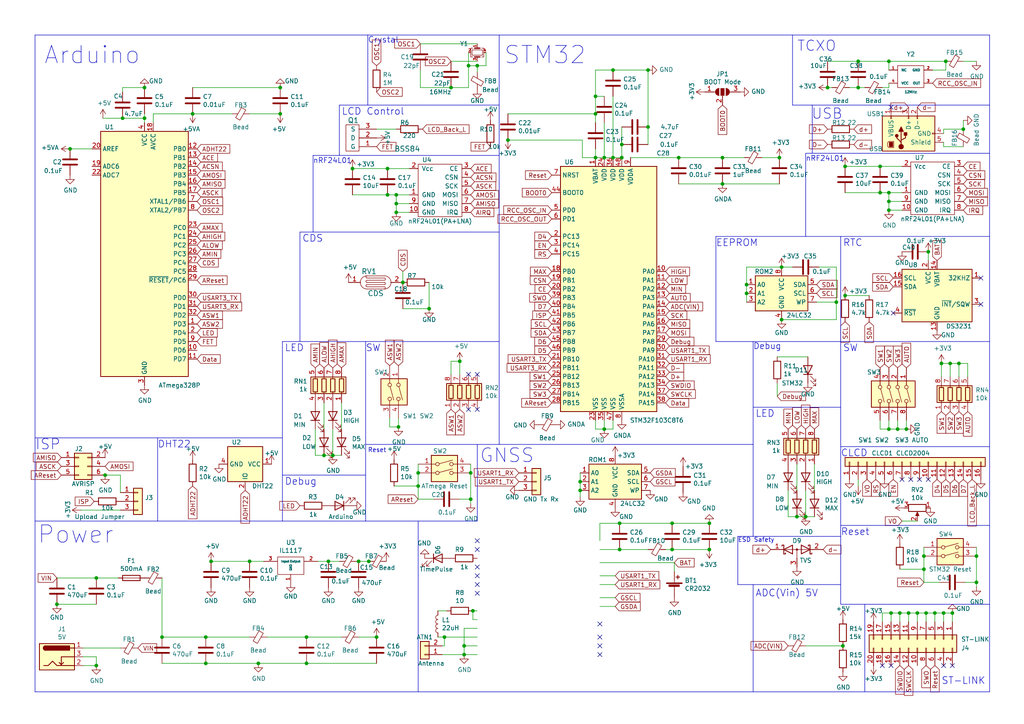
<source format=kicad_sch>
(kicad_sch (version 20250114) (generator "eeschema") (generator_version "9.0")
  (paper "A4")
  (text "DHT22" (at 45.72 130.175 0) (effects (font (size 2.0066 2.0066)) (justify left bottom)))
  (text "STM32" (at 146.05 19.05 0) (effects (font (size 5.0038 5.0038)) (justify left bottom)))
  (text "LED" (at 219.075 121.285 0) (effects (font (size 2.0066 2.0066)) (justify left bottom)))
  (text "Debug\n" (at 218.44 101.6 0) (effects (font (size 1.7526 1.7526)) (justify left bottom)))
  (text "SW" (at 244.475 102.235 0) (effects (font (size 2.0066 2.0066)) (justify left bottom)))
  (text "ISP" (at 10.16 130.81 0) (effects (font (size 2.9972 2.9972)) (justify left bottom)))
  (text "SW" (at 106.045 102.235 0) (effects (font (size 2.0066 2.0066)) (justify left bottom)))
  (text "Power" (at 10.795 158.115 0) (effects (font (size 5.0038 5.0038)) (justify left bottom)))
  (text "Debug" (at 82.55 140.97 0) (effects (font (size 2.0066 2.0066)) (justify left bottom)))
  (text "Arduino" (at 12.7 19.05 0) (effects (font (size 5.0038 5.0038)) (justify left bottom)))
  (text "ADC(Vin) 5V" (at 219.075 173.355 0) (effects (font (size 2.0066 2.0066)) (justify left bottom)))
  (text "ST-LINK" (at 273.05 198.755 0) (effects (font (size 2.0066 2.0066)) (justify left bottom)))
  (text "CDS" (at 87.63 70.485 0) (effects (font (size 2.0066 2.0066)) (justify left bottom)))
  (text "TCXO" (at 231.14 15.24 0) (effects (font (size 2.9972 2.9972)) (justify left bottom)))
  (text "Reset" (at 106.68 131.445 0) (effects (font (size 1.27 1.27)) (justify left bottom)))
  (text "ESD Safety" (at 213.995 157.48 0) (effects (font (size 1.27 1.27)) (justify left bottom)))
  (text "LED" (at 82.55 102.235 0) (effects (font (size 2.0066 2.0066)) (justify left bottom)))
  (text "RTC\n" (at 244.475 71.755 0) (effects (font (size 2.0066 2.0066)) (justify left bottom)))
  (text "Reset" (at 243.84 155.575 0) (effects (font (size 2.0066 2.0066)) (justify left bottom)))
  (text "LCD Control" (at 99.06 33.655 0) (effects (font (size 2.0066 2.0066)) (justify left bottom)))
  (text "nRF24L01" (at 233.68 46.99 0) (effects (font (size 1.4986 1.4986)) (justify left bottom)))
  (text "CLCD" (at 243.84 132.715 0) (effects (font (size 2.0066 2.0066)) (justify left bottom)))
  (text "Crystal" (at 106.68 12.7 0) (effects (font (size 1.7018 1.7018)) (justify left bottom)))
  (text "nRF24L01" (at 90.805 47.625 0) (effects (font (size 1.4986 1.4986)) (justify left bottom)))
  (text "EEPROM" (at 207.645 71.755 0) (effects (font (size 2.0066 2.0066)) (justify left bottom)))
  (text "GNSS" (at 139.065 134.62 0) (effects (font (size 3.9878 3.9878)) (justify left bottom)))
  (text "USB" (at 244.475 34.925 0) (effects (font (size 2.9972 2.9972)) (justify right bottom)))
  (junction (at 55.88 33.02))
  (junction (at 27.94 193.04))
  (junction (at 267.97 161.29))
  (junction (at 257.81 60.96))
  (junction (at 168.275 139.7))
  (junction (at 274.32 17.78))
  (junction (at 104.013 162.814))
  (junction (at 133.35 104.775))
  (junction (at 216.535 85.09))
  (junction (at 95.25 162.814))
  (junction (at 115.57 123.825))
  (junction (at 275.59 105.41))
  (junction (at 248.92 25.4))
  (junction (at 112.395 48.895))
  (junction (at 233.68 149.86))
  (junction (at 106.9594 162.814))
  (junction (at 262.89 124.46))
  (junction (at 283.21 168.91))
  (junction (at 283.21 161.29))
  (junction (at 61.214 162.814))
  (junction (at 257.81 17.78))
  (junction (at 248.92 17.78))
  (junction (at 59.69 184.785))
  (junction (at 196.85 45.72))
  (junction (at 41.91 34.29))
  (junction (at 177.8 45.72))
  (junction (at 226.695 92.71))
  (junction (at 137.16 177.165))
  (junction (at 226.695 77.47))
  (junction (at 263.525 177.8))
  (junction (at 187.96 20.32))
  (junction (at 72.39 162.814))
  (junction (at 216.535 82.55))
  (junction (at 179.705 151.765))
  (junction (at 81.28 33.02))
  (junction (at 279.4 37.465))
  (junction (at 93.98 132.08))
  (junction (at 136.525 144.78))
  (junction (at 96.52 132.08))
  (junction (at 244.475 187.325))
  (junction (at 114.935 56.515))
  (junction (at 88.9 192.405))
  (junction (at 273.685 177.8))
  (junction (at 88.9 184.785))
  (junction (at 209.55 53.34))
  (junction (at 116.84 81.915))
  (junction (at 205.74 159.385))
  (junction (at 168.275 142.24))
  (junction (at 276.225 177.8))
  (junction (at 255.27 55.88))
  (junction (at 271.145 177.8))
  (junction (at 209.55 45.72))
  (junction (at 260.985 177.8))
  (junction (at 147.32 40.64))
  (junction (at 260.35 124.46))
  (junction (at 278.13 105.41))
  (junction (at 245.11 85.725))
  (junction (at 226.06 45.72))
  (junction (at 205.74 151.765))
  (junction (at 258.445 177.8))
  (junction (at 134.62 187.325))
  (junction (at 268.605 177.8))
  (junction (at 172.72 45.72))
  (junction (at 136.525 137.16))
  (junction (at 114.935 59.055))
  (junction (at 35.56 34.29))
  (junction (at 266.065 177.8))
  (junction (at 109.22 184.785))
  (junction (at 180.34 41.91))
  (junction (at 269.24 73.025))
  (junction (at 27.94 167.64))
  (junction (at 240.03 25.4))
  (junction (at 187.96 36.83))
  (junction (at 134.62 189.865))
  (junction (at 20.32 43.18))
  (junction (at 41.91 25.4))
  (junction (at 257.81 58.42))
  (junction (at 138.43 19.05))
  (junction (at 172.72 33.02))
  (junction (at 46.99 184.785))
  (junction (at 128.905 184.785))
  (junction (at 30.48 137.795))
  (junction (at 231.14 149.86))
  (junction (at 121.285 140.97))
  (junction (at 255.27 48.26))
  (junction (at 59.69 192.405))
  (junction (at 177.8 20.32))
  (junction (at 194.945 159.385))
  (junction (at 267.97 165.1))
  (junction (at 273.05 105.41))
  (junction (at 102.235 48.895))
  (junction (at 257.81 124.46))
  (junction (at 180.34 45.72))
  (junction (at 242.57 87.63))
  (junction (at 175.26 124.46))
  (junction (at 74.93 192.405))
  (junction (at 245.11 48.26))
  (junction (at 112.395 56.515))
  (junction (at 124.46 89.535))
  (junction (at 121.285 137.16))
  (junction (at 81.28 25.4))
  (junction (at 114.935 61.595))
  (junction (at 172.72 27.94))
  (junction (at 194.945 151.765))
  (junction (at 135.89 19.05))
  (junction (at 175.26 45.72))
  (junction (at 179.705 159.385))
  (junction (at 130.81 25.4))
  (junction (at 257.81 55.88))
  (junction (at 16.51 175.26))
  (no_connect (at 255.905 193.04))
  (no_connect (at 258.445 31.115))
  (no_connect (at 276.225 193.04))
  (no_connect (at 173.99 180.975))
  (no_connect (at 284.48 88.265))
  (no_connect (at 138.43 156.845))
  (no_connect (at 259.08 90.805))
  (no_connect (at 138.43 169.545))
  (no_connect (at 269.24 139.065))
  (no_connect (at 173.99 184.785))
  (no_connect (at 284.48 80.645))
  (no_connect (at 173.99 187.325))
  (no_connect (at 138.43 167.005))
  (no_connect (at 138.43 164.465))
  (no_connect (at 273.685 193.04))
  (no_connect (at 138.43 108.585))
  (no_connect (at 138.43 159.385))
  (no_connect (at 138.43 172.085))
  (no_connect (at 173.99 189.865))
  (no_connect (at 258.445 193.04))
  (no_connect (at 135.89 108.585))
  (no_connect (at 138.43 118.745))
  (no_connect (at 264.16 139.065))
  (no_connect (at 261.62 139.065))
  (no_connect (at 135.89 118.745))
  (no_connect (at 266.7 139.065))
  (wire (pts (xy 96.52 132.08) (xy 99.06 132.08)))
  (wire (pts (xy 172.72 45.72) (xy 172.72 43.18)))
  (wire (pts (xy 128.27 189.865) (xy 134.62 189.865)))
  (wire (pts (xy 59.69 184.785) (xy 72.39 184.785)))
  (wire (pts (xy 255.27 55.88) (xy 245.11 55.88)))
  (wire (pts (xy 46.99 184.785) (xy 59.69 184.785)))
  (wire (pts (xy 130.81 25.4) (xy 135.89 25.4)))
  (polyline (pts (xy 229.87 30.48) (xy 229.87 10.16)))
  (wire (pts (xy 273.685 177.8) (xy 271.145 177.8)))
  (wire (pts (xy 233.68 149.86) (xy 236.22 149.86)))
  (wire (pts (xy 76.454 162.814) (xy 72.39 162.814)))
  (polyline (pts (xy 86.995 67.31) (xy 144.78 67.31)))
  (wire (pts (xy 130.81 104.775) (xy 133.35 104.775)))
  (wire (pts (xy 267.97 165.1) (xy 267.97 161.29)))
  (wire (pts (xy 261.62 151.13) (xy 266.065 151.13)))
  (wire (pts (xy 255.27 48.26) (xy 261.62 48.26)))
  (wire (pts (xy 260.35 121.92) (xy 260.35 124.46)))
  (wire (pts (xy 172.72 27.94) (xy 175.26 27.94)))
  (wire (pts (xy 261.62 58.42) (xy 257.81 58.42)))
  (wire (pts (xy 175.26 35.56) (xy 175.26 45.72)))
  (wire (pts (xy 134.62 189.865) (xy 138.43 189.865)))
  (polyline (pts (xy 207.645 99.06) (xy 287.02 99.06)))
  (wire (pts (xy 135.89 19.05) (xy 138.43 19.05)))
  (wire (pts (xy 168.91 40.64) (xy 168.91 45.72)))
  (wire (pts (xy 273.685 37.465) (xy 279.4 37.465)))
  (wire (pts (xy 255.905 25.4) (xy 257.81 25.4)))
  (wire (pts (xy 140.97 19.05) (xy 140.97 15.24)))
  (polyline (pts (xy 90.805 45.085) (xy 144.78 45.085)))
  (wire (pts (xy 41.91 34.29) (xy 35.56 34.29)))
  (wire (pts (xy 27.94 190.5) (xy 27.94 193.04)))
  (wire (pts (xy 34.925 137.795) (xy 30.48 137.795)))
  (wire (pts (xy 209.55 45.72) (xy 196.85 45.72)))
  (wire (pts (xy 263.525 180.34) (xy 263.525 177.8)))
  (wire (pts (xy 55.88 25.4) (xy 81.28 25.4)))
  (wire (pts (xy 257.81 55.88) (xy 257.81 58.42)))
  (wire (pts (xy 182.88 45.72) (xy 196.85 45.72)))
  (wire (pts (xy 216.535 82.55) (xy 216.535 85.09)))
  (wire (pts (xy 136.525 137.16) (xy 136.525 134.62)))
  (wire (pts (xy 177.8 124.46) (xy 177.8 121.92)))
  (polyline (pts (xy 213.995 169.545) (xy 243.84 169.545)))
  (wire (pts (xy 24.13 187.96) (xy 34.925 187.96)))
  (wire (pts (xy 273.685 177.8) (xy 273.685 180.34)))
  (wire (pts (xy 138.43 179.705) (xy 137.16 179.705)))
  (wire (pts (xy 194.945 159.385) (xy 205.74 159.385)))
  (wire (pts (xy 20.32 43.18) (xy 26.67 43.18)))
  (wire (pts (xy 283.21 17.78) (xy 279.4 17.78)))
  (wire (pts (xy 35.56 25.4) (xy 35.56 26.67)))
  (polyline (pts (xy 250.825 175.26) (xy 250.825 200.66)))
  (wire (pts (xy 109.22 192.405) (xy 88.9 192.405)))
  (wire (pts (xy 193.04 159.385) (xy 194.945 159.385)))
  (wire (pts (xy 112.395 48.895) (xy 118.745 48.895)))
  (wire (pts (xy 59.69 192.405) (xy 46.99 192.405)))
  (wire (pts (xy 216.535 82.55) (xy 216.535 77.47)))
  (wire (pts (xy 128.905 184.785) (xy 138.43 184.785)))
  (wire (pts (xy 179.705 159.385) (xy 187.96 159.385)))
  (wire (pts (xy 74.93 192.405) (xy 88.9 192.405)))
  (wire (pts (xy 93.98 132.08) (xy 96.52 132.08)))
  (wire (pts (xy 93.98 124.46) (xy 93.98 116.84)))
  (wire (pts (xy 121.285 140.97) (xy 121.285 137.16)))
  (polyline (pts (xy 207.645 68.58) (xy 287.02 68.58)))
  (wire (pts (xy 278.13 105.41) (xy 280.67 105.41)))
  (wire (pts (xy 137.16 179.705) (xy 137.16 177.165)))
  (wire (pts (xy 81.28 33.02) (xy 72.39 33.02)))
  (polyline (pts (xy 213.995 155.575) (xy 243.84 155.575)))
  (polyline (pts (xy 10.16 151.13) (xy 138.43 151.13)))
  (polyline (pts (xy 243.84 152.4) (xy 287.02 152.4)))
  (wire (pts (xy 136.525 146.05) (xy 136.525 144.78)))
  (wire (pts (xy 59.69 192.405) (xy 74.93 192.405)))
  (wire (pts (xy 129.54 177.165) (xy 127 177.165)))
  (wire (pts (xy 268.605 180.34) (xy 268.605 177.8)))
  (wire (pts (xy 125.73 144.78) (xy 121.285 144.78)))
  (polyline (pts (xy 10.16 10.16) (xy 287.02 10.16)))
  (wire (pts (xy 216.535 77.47) (xy 226.695 77.47)))
  (wire (pts (xy 242.57 87.63) (xy 236.855 87.63)))
  (wire (pts (xy 91.44 132.08) (xy 93.98 132.08)))
  (wire (pts (xy 127 184.785) (xy 128.905 184.785)))
  (wire (pts (xy 261.62 55.88) (xy 257.81 55.88)))
  (wire (pts (xy 187.96 20.32) (xy 187.96 36.83)))
  (polyline (pts (xy 218.44 99.06) (xy 218.44 155.575)))
  (wire (pts (xy 112.395 56.515) (xy 102.235 56.515)))
  (wire (pts (xy 104.013 162.814) (xy 106.9594 162.814)))
  (polyline (pts (xy 121.285 151.13) (xy 121.285 200.66)))
  (wire (pts (xy 67.31 33.02) (xy 55.88 33.02)))
  (wire (pts (xy 228.6 149.86) (xy 231.14 149.86)))
  (wire (pts (xy 280.035 168.91) (xy 283.21 168.91)))
  (wire (pts (xy 273.685 38.735) (xy 273.685 37.465)))
  (wire (pts (xy 180.34 45.72) (xy 180.34 41.91)))
  (wire (pts (xy 128.905 187.325) (xy 128.905 184.785)))
  (wire (pts (xy 258.445 177.8) (xy 255.905 177.8)))
  (wire (pts (xy 173.99 151.765) (xy 179.705 151.765)))
  (wire (pts (xy 233.68 187.325) (xy 244.475 187.325)))
  (wire (pts (xy 138.43 187.325) (xy 134.62 187.325)))
  (wire (pts (xy 173.99 163.195) (xy 195.58 163.195)))
  (wire (pts (xy 27.94 167.64) (xy 16.51 167.64)))
  (wire (pts (xy 168.275 142.24) (xy 168.275 139.7)))
  (wire (pts (xy 121.92 25.4) (xy 121.92 20.32)))
  (wire (pts (xy 276.225 180.34) (xy 276.225 177.8)))
  (polyline (pts (xy 81.915 137.795) (xy 106.045 137.795)))
  (polyline (pts (xy 81.915 99.06) (xy 81.915 151.13)))
  (wire (pts (xy 106.9594 162.814) (xy 106.9848 162.814)))
  (wire (pts (xy 41.91 35.56) (xy 41.91 34.29)))
  (wire (pts (xy 103.505 162.814) (xy 104.013 162.814)))
  (wire (pts (xy 173.99 159.385) (xy 179.705 159.385)))
  (wire (pts (xy 147.32 33.02) (xy 172.72 33.02)))
  (wire (pts (xy 177.8 27.94) (xy 177.8 45.72)))
  (wire (pts (xy 242.57 77.47) (xy 242.57 87.63)))
  (wire (pts (xy 138.43 20.955) (xy 138.43 19.05)))
  (polyline (pts (xy 243.84 129.54) (xy 287.02 129.54)))
  (wire (pts (xy 260.985 165.1) (xy 267.97 165.1)))
  (wire (pts (xy 147.32 40.64) (xy 168.91 40.64)))
  (wire (pts (xy 113.03 123.825) (xy 115.57 123.825)))
  (wire (pts (xy 121.285 144.78) (xy 121.285 140.97)))
  (wire (pts (xy 113.03 121.285) (xy 113.03 123.825)))
  (wire (pts (xy 95.25 162.814) (xy 98.425 162.814)))
  (wire (pts (xy 177.8 45.72) (xy 175.26 45.72)))
  (wire (pts (xy 180.34 45.72) (xy 177.8 45.72)))
  (wire (pts (xy 180.34 36.83) (xy 180.34 41.91)))
  (wire (pts (xy 16.51 175.26) (xy 27.94 175.26)))
  (wire (pts (xy 257.81 121.92) (xy 257.81 124.46)))
  (polyline (pts (xy 243.84 68.58) (xy 243.84 175.26)))
  (wire (pts (xy 99.06 124.46) (xy 99.06 116.84)))
  (wire (pts (xy 272.415 168.91) (xy 267.97 168.91)))
  (wire (pts (xy 130.81 17.78) (xy 138.43 17.78)))
  (wire (pts (xy 257.81 20.32) (xy 257.81 17.78)))
  (wire (pts (xy 255.905 177.8) (xy 255.905 180.34)))
  (wire (pts (xy 137.16 177.165) (xy 138.43 177.165)))
  (polyline (pts (xy 229.87 30.48) (xy 287.02 30.48)))
  (wire (pts (xy 237.49 77.47) (xy 242.57 77.47)))
  (wire (pts (xy 194.945 151.765) (xy 205.74 151.765)))
  (wire (pts (xy 175.26 45.72) (xy 172.72 45.72)))
  (wire (pts (xy 136.525 144.78) (xy 136.525 137.16)))
  (wire (pts (xy 46.99 167.64) (xy 46.99 184.785)))
  (polyline (pts (xy 218.44 118.11) (xy 243.84 118.11)))
  (wire (pts (xy 172.72 20.32) (xy 177.8 20.32)))
  (wire (pts (xy 114.935 56.515) (xy 114.935 59.055)))
  (wire (pts (xy 187.96 36.83) (xy 187.96 41.91)))
  (wire (pts (xy 267.97 161.29) (xy 267.97 158.75)))
  (wire (pts (xy 248.92 17.78) (xy 257.81 17.78)))
  (wire (pts (xy 266.065 177.8) (xy 263.525 177.8)))
  (wire (pts (xy 273.05 105.41) (xy 275.59 105.41)))
  (wire (pts (xy 173.99 173.355) (xy 178.435 173.355)))
  (wire (pts (xy 273.685 41.275) (xy 273.685 42.545)))
  (polyline (pts (xy 106.045 128.905) (xy 218.44 128.905)))
  (wire (pts (xy 245.11 48.26) (xy 255.27 48.26)))
  (wire (pts (xy 41.91 25.4) (xy 35.56 25.4)))
  (polyline (pts (xy 98.425 30.48) (xy 98.425 45.085)))
  (wire (pts (xy 220.98 45.72) (xy 226.06 45.72)))
  (wire (pts (xy 172.72 45.72) (xy 168.91 45.72)))
  (wire (pts (xy 121.92 12.7) (xy 138.43 12.7)))
  (wire (pts (xy 276.225 177.8) (xy 273.685 177.8)))
  (wire (pts (xy 134.62 187.325) (xy 134.62 189.865)))
  (wire (pts (xy 77.47 184.785) (xy 88.9 184.785)))
  (wire (pts (xy 133.35 144.78) (xy 136.525 144.78)))
  (wire (pts (xy 233.68 149.86) (xy 233.68 142.24)))
  (wire (pts (xy 179.705 151.765) (xy 194.945 151.765)))
  (wire (pts (xy 135.89 15.24) (xy 135.89 19.05)))
  (wire (pts (xy 173.99 167.005) (xy 178.435 167.005)))
  (wire (pts (xy 225.425 114.935) (xy 225.425 111.125)))
  (wire (pts (xy 274.32 20.32) (xy 274.32 17.78)))
  (wire (pts (xy 255.27 124.46) (xy 257.81 124.46)))
  (wire (pts (xy 114.3 140.97) (xy 121.285 140.97)))
  (wire (pts (xy 72.39 162.814) (xy 61.214 162.814)))
  (wire (pts (xy 226.06 53.34) (xy 209.55 53.34)))
  (wire (pts (xy 216.535 85.09) (xy 216.535 87.63)))
  (wire (pts (xy 246.38 25.4) (xy 248.92 25.4)))
  (wire (pts (xy 175.26 124.46) (xy 175.26 121.92)))
  (wire (pts (xy 273.05 105.41) (xy 273.05 109.22)))
  (wire (pts (xy 109.22 184.785) (xy 104.14 184.785)))
  (wire (pts (xy 257.81 124.46) (xy 260.35 124.46)))
  (wire (pts (xy 112.395 56.515) (xy 114.935 56.515)))
  (wire (pts (xy 225.425 103.505) (xy 234.315 103.505)))
  (wire (pts (xy 248.92 140.97) (xy 248.92 139.065)))
  (polyline (pts (xy 106.045 99.06) (xy 106.045 151.13)))
  (wire (pts (xy 240.03 25.4) (xy 241.3 25.4)))
  (wire (pts (xy 245.11 85.725) (xy 252.095 85.725)))
  (wire (pts (xy 209.55 45.72) (xy 215.9 45.72)))
  (wire (pts (xy 29.845 34.29) (xy 35.56 34.29)))
  (wire (pts (xy 270.51 20.32) (xy 274.32 20.32)))
  (polyline (pts (xy 10.16 127) (xy 81.915 127)))
  (wire (pts (xy 257.81 17.78) (xy 274.32 17.78)))
  (wire (pts (xy 279.4 37.465) (xy 279.4 34.925)))
  (wire (pts (xy 255.27 121.92) (xy 255.27 124.46)))
  (wire (pts (xy 134.62 182.245) (xy 134.62 187.325)))
  (polyline (pts (xy 233.68 44.45) (xy 233.68 68.58)))
  (wire (pts (xy 283.21 170.18) (xy 283.21 168.91)))
  (polyline (pts (xy 10.16 10.16) (xy 10.16 200.66)))
  (polyline (pts (xy 138.43 151.13) (xy 138.43 128.905)))
  (polyline (pts (xy 144.78 10.16) (xy 144.78 128.905)))
  (wire (pts (xy 118.745 59.055) (xy 114.935 59.055)))
  (wire (pts (xy 257.81 25.4) (xy 257.81 24.13)))
  (wire (pts (xy 236.22 142.24) (xy 236.22 134.62)))
  (wire (pts (xy 92.202 162.814) (xy 95.25 162.814)))
  (wire (pts (xy 173.99 156.845) (xy 173.99 151.765)))
  (polyline (pts (xy 10.16 200.66) (xy 287.02 200.66)))
  (wire (pts (xy 242.57 92.71) (xy 226.695 92.71)))
  (wire (pts (xy 260.985 177.8) (xy 258.445 177.8)))
  (wire (pts (xy 172.72 121.92) (xy 172.72 124.46)))
  (polyline (pts (xy 45.72 127) (xy 45.72 151.13)))
  (wire (pts (xy 118.745 56.515) (xy 114.935 56.515)))
  (wire (pts (xy 178.435 175.895) (xy 173.99 175.895)))
  (wire (pts (xy 196.85 53.34) (xy 209.55 53.34)))
  (wire (pts (xy 88.9 184.785) (xy 99.06 184.785)))
  (wire (pts (xy 257.81 58.42) (xy 257.81 60.96)))
  (polyline (pts (xy 81.915 99.06) (xy 144.78 99.06)))
  (wire (pts (xy 138.43 19.05) (xy 140.97 19.05)))
  (wire (pts (xy 124.46 89.535) (xy 116.84 89.535)))
  (wire (pts (xy 172.72 33.02) (xy 172.72 27.94)))
  (wire (pts (xy 116.84 81.915) (xy 116.84 78.74)))
  (polyline (pts (xy 213.995 169.545) (xy 213.995 155.575)))
  (wire (pts (xy 275.59 105.41) (xy 275.59 109.22)))
  (wire (pts (xy 138.43 182.245) (xy 134.62 182.245)))
  (wire (pts (xy 44.45 33.02) (xy 44.45 35.56)))
  (wire (pts (xy 257.81 60.96) (xy 261.62 60.96)))
  (wire (pts (xy 283.21 168.91) (xy 283.21 161.29)))
  (wire (pts (xy 115.57 121.285) (xy 115.57 123.825)))
  (wire (pts (xy 267.97 168.91) (xy 267.97 165.1)))
  (wire (pts (xy 229.87 77.47) (xy 226.695 77.47)))
  (wire (pts (xy 231.14 149.86) (xy 233.68 149.86)))
  (wire (pts (xy 130.81 104.775) (xy 130.81 108.585)))
  (wire (pts (xy 121.92 25.4) (xy 130.81 25.4)))
  (wire (pts (xy 121.285 137.16) (xy 121.285 134.62)))
  (wire (pts (xy 275.59 105.41) (xy 278.13 105.41)))
  (polyline (pts (xy 98.425 30.48) (xy 144.78 30.48)))
  (wire (pts (xy 175.26 124.46) (xy 177.8 124.46)))
  (wire (pts (xy 55.88 33.02) (xy 44.45 33.02)))
  (wire (pts (xy 172.72 124.46) (xy 175.26 124.46)))
  (wire (pts (xy 250.825 25.4) (xy 248.92 25.4)))
  (wire (pts (xy 114.935 61.595) (xy 118.745 61.595)))
  (polyline (pts (xy 233.68 44.45) (xy 287.02 44.45)))
  (wire (pts (xy 128.27 187.325) (xy 128.905 187.325)))
  (wire (pts (xy 168.275 139.7) (xy 168.275 137.16)))
  (polyline (pts (xy 218.44 169.545) (xy 218.44 200.66)))
  (wire (pts (xy 231.14 142.24) (xy 231.14 134.62)))
  (polyline (pts (xy 235.585 30.48) (xy 235.585 44.45)))
  (wire (pts (xy 168.275 144.145) (xy 168.275 142.24)))
  (wire (pts (xy 24.13 190.5) (xy 27.94 190.5)))
  (wire (pts (xy 133.35 104.775) (xy 133.35 108.585)))
  (wire (pts (xy 260.35 124.46) (xy 262.89 124.46)))
  (wire (pts (xy 240.03 17.78) (xy 248.92 17.78)))
  (wire (pts (xy 172.72 35.56) (xy 172.72 33.02)))
  (polyline (pts (xy 207.645 68.58) (xy 207.645 99.06)))
  (wire (pts (xy 278.13 109.22) (xy 278.13 105.41)))
  (wire (pts (xy 41.91 34.29) (xy 41.91 33.02)))
  (wire (pts (xy 255.27 55.88) (xy 257.81 55.88)))
  (polyline (pts (xy 86.995 99.06) (xy 86.995 67.31)))
  (wire (pts (xy 177.8 20.32) (xy 187.96 20.32)))
  (wire (pts (xy 23.495 147.955) (xy 34.925 147.955)))
  (wire (pts (xy 195.58 163.195) (xy 195.58 165.735)))
  (wire (pts (xy 263.525 177.8) (xy 260.985 177.8)))
  (wire (pts (xy 273.685 42.545) (xy 279.4 42.545)))
  (wire (pts (xy 178.435 169.545) (xy 173.99 169.545)))
  (polyline (pts (xy 287.02 10.16) (xy 287.02 200.66)))
  (wire (pts (xy 258.445 180.34) (xy 258.445 177.8)))
  (wire (pts (xy 91.44 124.46) (xy 91.44 132.08)))
  (wire (pts (xy 27.94 167.64) (xy 34.29 167.64)))
  (wire (pts (xy 271.145 180.34) (xy 271.145 177.8)))
  (wire (pts (xy 228.6 142.24) (xy 228.6 149.86)))
  (wire (pts (xy 260.985 180.34) (xy 260.985 177.8)))
  (wire (pts (xy 262.89 124.46) (xy 262.89 121.92)))
  (wire (pts (xy 172.72 27.94) (xy 172.72 20.32)))
  (wire (pts (xy 280.67 105.41) (xy 280.67 109.22)))
  (wire (pts (xy 266.065 180.34) (xy 266.065 177.8)))
  (polyline (pts (xy 90.805 45.085) (xy 90.805 67.31)))
  (polyline (pts (xy 106.68 30.48) (xy 106.68 10.16)))
  (wire (pts (xy 102.235 48.895) (xy 112.395 48.895)))
  (wire (pts (xy 268.605 177.8) (xy 266.065 177.8)))
  (wire (pts (xy 242.57 87.63) (xy 242.57 92.71)))
  (wire (pts (xy 24.13 193.04) (xy 27.94 193.04)))
  (wire (pts (xy 34.925 142.875) (xy 34.925 137.795)))
  (polyline (pts (xy 287.02 175.26) (xy 243.84 175.26)))
  (wire (pts (xy 114.935 59.055) (xy 114.935 61.595)))
  (wire (pts (xy 96.52 132.08) (xy 96.52 124.46)))
  (wire (pts (xy 114.935 37.465) (xy 109.22 37.465)))
  (wire (pts (xy 269.24 73.025) (xy 269.24 75.565)))
  (wire (pts (xy 283.21 161.29) (xy 283.21 158.75)))
  (wire (pts (xy 124.46 81.915) (xy 124.46 89.535)))
  (wire (pts (xy 135.89 25.4) (xy 135.89 19.05)))
  (wire (pts (xy 271.145 177.8) (xy 268.605 177.8)))
  (global_label "SW1" (shape input) (at 255.27 106.68 90) (property "Intersheetrefs" "${INTERSHEET_REFS}" (effects (hide yes))))
  (global_label "D+" (shape input) (at 193.04 109.22 0) (property "Intersheetrefs" "${INTERSHEET_REFS}" (effects (hide yes))))
  (global_label "D6" (shape input) (at 276.86 139.065 270) (property "Intersheetrefs" "${INTERSHEET_REFS}" (effects (hide yes))))
  (global_label "D4" (shape input) (at 160.02 68.58 180) (property "Intersheetrefs" "${INTERSHEET_REFS}" (effects (hide yes))))
  (global_label "SWO" (shape input) (at 160.02 86.36 180) (property "Intersheetrefs" "${INTERSHEET_REFS}" (effects (hide yes))))
  (global_label "SCL" (shape input) (at 259.08 80.645 180) (property "Intersheetrefs" "${INTERSHEET_REFS}" (effects (hide yes))))
  (global_label "Reset" (shape input) (at 267.97 168.91 180) (property "Intersheetrefs" "${INTERSHEET_REFS}" (effects (hide yes))))
  (global_label "BOOT0" (shape input) (at 160.02 55.88 180) (property "Intersheetrefs" "${INTERSHEET_REFS}" (effects (hide yes))))
  (global_label "SWO" (shape input) (at 268.605 193.04 270) (property "Intersheetrefs" "${INTERSHEET_REFS}" (effects (hide yes))))
  (global_label "D+" (shape input) (at 240.03 37.465 180) (property "Intersheetrefs" "${INTERSHEET_REFS}" (effects (hide yes))))
  (global_label "d-" (shape input) (at 247.65 41.91 0) (property "Intersheetrefs" "${INTERSHEET_REFS}" (effects (hide yes))))
  (global_label "LOW" (shape input) (at 231.14 124.46 90) (property "Intersheetrefs" "${INTERSHEET_REFS}" (effects (hide yes))))
  (global_label "Reset" (shape input) (at 160.02 50.8 180) (property "Intersheetrefs" "${INTERSHEET_REFS}" (effects (hide yes))))
  (global_label "MOSI" (shape input) (at 279.4 55.88 0) (property "Intersheetrefs" "${INTERSHEET_REFS}" (effects (hide yes))))
  (global_label "SW1" (shape input) (at 273.05 119.38 270) (property "Intersheetrefs" "${INTERSHEET_REFS}" (effects (hide yes))))
  (global_label "D5" (shape input) (at 160.02 101.6 180) (property "Intersheetrefs" "${INTERSHEET_REFS}" (effects (hide yes))))
  (global_label "VO" (shape input) (at 251.46 139.065 270) (property "Intersheetrefs" "${INTERSHEET_REFS}" (effects (hide yes))))
  (global_label "USART3_RX" (shape input) (at 160.02 106.68 180) (property "Intersheetrefs" "${INTERSHEET_REFS}" (effects (hide yes))))
  (global_label "ASW2" (shape input) (at 115.57 106.045 90) (property "Intersheetrefs" "${INTERSHEET_REFS}" (effects (hide yes))))
  (global_label "OSC1" (shape input) (at 57.15 58.42 0) (property "Intersheetrefs" "${INTERSHEET_REFS}" (effects (hide yes))))
  (global_label "SW2" (shape input) (at 160.02 111.76 180) (property "Intersheetrefs" "${INTERSHEET_REFS}" (effects (hide yes))))
  (global_label "D7" (shape input) (at 279.4 139.065 270) (property "Intersheetrefs" "${INTERSHEET_REFS}" (effects (hide yes))))
  (global_label "SDA" (shape input) (at 252.095 93.345 270) (property "Intersheetrefs" "${INTERSHEET_REFS}" (effects (hide yes))))
  (global_label "CDS" (shape input) (at 116.84 78.74 90) (property "Intersheetrefs" "${INTERSHEET_REFS}" (effects (hide yes))))
  (global_label "SW3" (shape input) (at 160.02 114.3 180) (property "Intersheetrefs" "${INTERSHEET_REFS}" (effects (hide yes))))
  (global_label "AMISO" (shape input) (at 136.525 59.055 0) (property "Intersheetrefs" "${INTERSHEET_REFS}" (effects (hide yes))))
  (global_label "AIRQ" (shape input) (at 136.525 61.595 0) (property "Intersheetrefs" "${INTERSHEET_REFS}" (effects (hide yes))))
  (global_label "LED" (shape input) (at 57.15 96.52 0) (property "Intersheetrefs" "${INTERSHEET_REFS}" (effects (hide yes))))
  (global_label "BAT" (shape input) (at 271.78 75.565 90) (property "Intersheetrefs" "${INTERSHEET_REFS}" (effects (hide yes))))
  (global_label "ALOW" (shape input) (at 57.15 71.12 0) (property "Intersheetrefs" "${INTERSHEET_REFS}" (effects (hide yes))))
  (global_label "LOW" (shape input) (at 193.04 81.28 0) (property "Intersheetrefs" "${INTERSHEET_REFS}" (effects (hide yes))))
  (global_label "AReset" (shape input) (at 121.285 144.78 180) (property "Intersheetrefs" "${INTERSHEET_REFS}" (effects (hide yes))))
  (global_label "FET" (shape input) (at 109.22 42.545 0) (property "Intersheetrefs" "${INTERSHEET_REFS}" (effects (hide yes))))
  (global_label "D6" (shape input) (at 160.02 99.06 180) (property "Intersheetrefs" "${INTERSHEET_REFS}" (effects (hide yes))))
  (global_label "AMISO" (shape input) (at 57.15 53.34 0) (property "Intersheetrefs" "${INTERSHEET_REFS}" (effects (hide yes))))
  (global_label "AUTO" (shape input) (at 262.89 106.68 90) (property "Intersheetrefs" "${INTERSHEET_REFS}" (effects (hide yes))))
  (global_label "ALOW" (shape input) (at 93.98 106.68 90) (property "Intersheetrefs" "${INTERSHEET_REFS}" (effects (hide yes))))
  (global_label "ASW1" (shape input) (at 130.81 118.745 270) (property "Intersheetrefs" "${INTERSHEET_REFS}" (effects (hide yes))))
  (global_label "RCC_OSC_IN" (shape input) (at 270.51 24.13 0) (property "Intersheetrefs" "${INTERSHEET_REFS}" (effects (hide yes))))
  (global_label "USART1_TX" (shape input) (at 193.04 101.6 0) (property "Intersheetrefs" "${INTERSHEET_REFS}" (effects (hide yes))))
  (global_label "CDS" (shape input) (at 57.15 76.2 0) (property "Intersheetrefs" "${INTERSHEET_REFS}" (effects (hide yes))))
  (global_label "USART3_TX" (shape input) (at 160.02 104.14 180) (property "Intersheetrefs" "${INTERSHEET_REFS}" (effects (hide yes))))
  (global_label "ASW2" (shape input) (at 57.15 93.98 0) (property "Intersheetrefs" "${INTERSHEET_REFS}" (effects (hide yes))))
  (global_label "SCL" (shape input) (at 236.855 85.09 0) (property "Intersheetrefs" "${INTERSHEET_REFS}" (effects (hide yes))))
  (global_label "Data" (shape input) (at 193.04 116.84 0) (property "Intersheetrefs" "${INTERSHEET_REFS}" (effects (hide yes))))
  (global_label "D-" (shape input) (at 193.04 106.68 0) (property "Intersheetrefs" "${INTERSHEET_REFS}" (effects (hide yes))))
  (global_label "OSC2" (shape input) (at 130.81 17.78 180) (property "Intersheetrefs" "${INTERSHEET_REFS}" (effects (hide yes))))
  (global_label "USART1_TX" (shape input) (at 150.495 139.7 180) (property "Intersheetrefs" "${INTERSHEET_REFS}" (effects (hide yes))))
  (global_label "Debug" (shape input) (at 193.04 99.06 0) (property "Intersheetrefs" "${INTERSHEET_REFS}" (effects (hide yes))))
  (global_label "MISO" (shape input) (at 279.4 58.42 0) (property "Intersheetrefs" "${INTERSHEET_REFS}" (effects (hide yes))))
  (global_label "RS" (shape input) (at 254 139.065 270) (property "Intersheetrefs" "${INTERSHEET_REFS}" (effects (hide yes))))
  (global_label "ASW1" (shape input) (at 113.03 106.045 90) (property "Intersheetrefs" "${INTERSHEET_REFS}" (effects (hide yes))))
  (global_label "HIGH" (shape input) (at 193.04 78.74 0) (property "Intersheetrefs" "${INTERSHEET_REFS}" (effects (hide yes))))
  (global_label "ISP" (shape input) (at 160.02 91.44 180) (property "Intersheetrefs" "${INTERSHEET_REFS}" (effects (hide yes))))
  (global_label "ASW1" (shape input) (at 57.15 91.44 0) (property "Intersheetrefs" "${INTERSHEET_REFS}" (effects (hide yes))))
  (global_label "D5" (shape input) (at 274.32 139.065 270) (property "Intersheetrefs" "${INTERSHEET_REFS}" (effects (hide yes))))
  (global_label "SW1" (shape input) (at 160.02 109.22 180) (property "Intersheetrefs" "${INTERSHEET_REFS}" (effects (hide yes))))
  (global_label "AReset" (shape input) (at 17.78 137.795 180) (property "Intersheetrefs" "${INTERSHEET_REFS}" (effects (hide yes))))
  (global_label "HIGH" (shape input) (at 233.68 124.46 90) (property "Intersheetrefs" "${INTERSHEET_REFS}" (effects (hide yes))))
  (global_label "FET" (shape input) (at 57.15 99.06 0) (property "Intersheetrefs" "${INTERSHEET_REFS}" (effects (hide yes))))
  (global_label "AHIGH" (shape input) (at 96.52 106.68 90) (property "Intersheetrefs" "${INTERSHEET_REFS}" (effects (hide yes))))
  (global_label "AReset" (shape input) (at 160.02 116.84 180) (property "Intersheetrefs" "${INTERSHEET_REFS}" (effects (hide yes))))
  (global_label "d+" (shape input) (at 247.65 37.465 0) (property "Intersheetrefs" "${INTERSHEET_REFS}" (effects (hide yes))))
  (global_label "RS" (shape input) (at 160.02 73.66 180) (property "Intersheetrefs" "${INTERSHEET_REFS}" (effects (hide yes))))
  (global_label "MAX" (shape input) (at 160.02 78.74 180) (property "Intersheetrefs" "${INTERSHEET_REFS}" (effects (hide yes))))
  (global_label "AMOSI" (shape input) (at 136.525 56.515 0) (property "Intersheetrefs" "${INTERSHEET_REFS}" (effects (hide yes))))
  (global_label "SCL" (shape input) (at 160.02 93.98 180) (property "Intersheetrefs" "${INTERSHEET_REFS}" (effects (hide yes))))
  (global_label "USART1_RX" (shape input) (at 178.435 169.545 0) (property "Intersheetrefs" "${INTERSHEET_REFS}" (effects (hide yes))))
  (global_label "USART3_RX" (shape input) (at 57.15 88.9 0) (property "Intersheetrefs" "${INTERSHEET_REFS}" (effects (hide yes))))
  (global_label "GSDA" (shape input) (at 188.595 137.16 0) (property "Intersheetrefs" "${INTERSHEET_REFS}" (effects (hide yes))))
  (global_label "ASCK" (shape input) (at 57.15 55.88 0) (property "Intersheetrefs" "${INTERSHEET_REFS}" (effects (hide yes))))
  (global_label "LCD_Back_L" (shape input) (at 281.94 139.065 270) (property "Intersheetrefs" "${INTERSHEET_REFS}" (effects (hide yes))))
  (global_label "ADHT22" (shape input) (at 71.12 142.24 270) (property "Intersheetrefs" "${INTERSHEET_REFS}" (effects (hide yes))))
  (global_label "ACSN" (shape input) (at 136.525 51.435 0) (property "Intersheetrefs" "${INTERSHEET_REFS}" (effects (hide yes))))
  (global_label "MOSI" (shape input) (at 193.04 96.52 0) (property "Intersheetrefs" "${INTERSHEET_REFS}" (effects (hide yes))))
  (global_label "Reset" (shape input) (at 271.145 193.04 270) (property "Intersheetrefs" "${INTERSHEET_REFS}" (effects (hide yes))))
  (global_label "ADHT22" (shape input) (at 57.15 43.18 0) (property "Intersheetrefs" "${INTERSHEET_REFS}" (effects (hide yes))))
  (global_label "ISP" (shape input) (at 27.305 145.415 180) (property "Intersheetrefs" "${INTERSHEET_REFS}" (effects (hide yes))))
  (global_label "ADC(VIN)" (shape input) (at 228.6 187.325 180) (property "Intersheetrefs" "${INTERSHEET_REFS}" (effects (hide yes))))
  (global_label "GSDA" (shape input) (at 178.435 175.895 0) (property "Intersheetrefs" "${INTERSHEET_REFS}" (effects (hide yes))))
  (global_label "FET" (shape input) (at 142.24 42.545 180) (property "Intersheetrefs" "${INTERSHEET_REFS}" (effects (hide yes))))
  (global_label "CSN" (shape input) (at 279.4 50.8 0) (property "Intersheetrefs" "${INTERSHEET_REFS}" (effects (hide yes))))
  (global_label "SCK" (shape input) (at 193.04 91.44 0) (property "Intersheetrefs" "${INTERSHEET_REFS}" (effects (hide yes))))
  (global_label "OSC2" (shape input) (at 57.15 60.96 0) (property "Intersheetrefs" "${INTERSHEET_REFS}" (effects (hide yes))))
  (global_label "USART1_TX" (shape input) (at 178.435 167.005 0) (property "Intersheetrefs" "${INTERSHEET_REFS}" (effects (hide yes))))
  (global_label "Debug" (shape input) (at 225.425 114.935 0) (property "Intersheetrefs" "${INTERSHEET_REFS}" (effects (hide yes))))
  (global_label "AMIN" (shape input) (at 91.44 106.68 90) (property "Intersheetrefs" "${INTERSHEET_REFS}" (effects (hide yes))))
  (global_label "D-" (shape input) (at 240.03 41.91 180) (property "Intersheetrefs" "${INTERSHEET_REFS}" (effects (hide yes))))
  (global_label "d-" (shape input) (at 238.76 159.385 0) (property "Intersheetrefs" "${INTERSHEET_REFS}" (effects (hide yes))))
  (global_label "MAX" (shape input) (at 236.22 124.46 90) (property "Intersheetrefs" "${INTERSHEET_REFS}" (effects (hide yes))))
  (global_label "ACE" (shape input) (at 57.15 45.72 0) (property "Intersheetrefs" "${INTERSHEET_REFS}" (effects (hide yes))))
  (global_label "BOOT0" (shape input) (at 209.55 30.48 270) (property "Intersheetrefs" "${INTERSHEET_REFS}" (effects (hide yes))))
  (global_label "SWDIO" (shape input) (at 193.04 111.76 0) (property "Intersheetrefs" "${INTERSHEET_REFS}" (effects (hide yes))))
  (global_label "MIN" (shape input) (at 228.6 124.46 90) (property "Intersheetrefs" "${INTERSHEET_REFS}" (effects (hide yes))))
  (global_label "Data" (shape input) (at 57.15 104.14 0) (property "Intersheetrefs" "${INTERSHEET_REFS}" (effects (hide yes))))
  (global_label "GSCL" (shape input) (at 188.595 139.7 0) (property "Intersheetrefs" "${INTERSHEET_REFS}" (effects (hide yes))))
  (global_label "ASCK" (shape input) (at 17.78 135.255 180) (property "Intersheetrefs" "${INTERSHEET_REFS}" (effects (hide yes))))
  (global_label "LED" (shape input) (at 86.995 146.685 180) (property "Intersheetrefs" "${INTERSHEET_REFS}" (effects (hide yes))))
  (global_label "D7" (shape input) (at 160.02 88.9 180) (property "Intersheetrefs" "${INTERSHEET_REFS}" (effects (hide yes))))
  (global_label "USART1_RX" (shape input) (at 150.495 137.16 180) (property "Intersheetrefs" "${INTERSHEET_REFS}" (effects (hide yes))))
  (global_label "SW2" (shape input) (at 275.59 119.38 270) (property "Intersheetrefs" "${INTERSHEET_REFS}" (effects (hide yes))))
  (global_label "LCD_Back_L" (shape input) (at 122.555 37.465 0) (property "Intersheetrefs" "${INTERSHEET_REFS}" (effects (hide yes))))
  (global_label "AMOSI" (shape input) (at 30.48 135.255 0) (property "Intersheetrefs" "${INTERSHEET_REFS}" (effects (hide yes))))
  (global_label "ADC(VIN)" (shape input) (at 193.04 88.9 0) (property "Intersheetrefs" "${INTERSHEET_REFS}" (effects (hide yes))))
  (global_label "SW3" (shape input) (at 278.13 119.38 270) (property "Intersheetrefs" "${INTERSHEET_REFS}" (effects (hide yes))))
  (global_label "VIN" (shape input) (at 40.005 187.96 0) (property "Intersheetrefs" "${INTERSHEET_REFS}" (effects (hide yes))))
  (global_label "ACE" (shape input) (at 136.525 48.895 0) (property "Intersheetrefs" "${INTERSHEET_REFS}" (effects (hide yes))))
  (global_label "d+" (shape input) (at 263.525 31.115 180) (property "Intersheetrefs" "${INTERSHEET_REFS}" (effects (hide yes))))
  (global_label "AMIN" (shape input) (at 57.15 73.66 0) (property "Intersheetrefs" "${INTERSHEET_REFS}" (effects (hide yes))))
  (global_label "ASCK" (shape input) (at 136.525 53.975 0) (property "Intersheetrefs" "${INTERSHEET_REFS}" (effects (hide yes))))
  (global_label "RCC_OSC_IN" (shape input) (at 160.02 60.96 180) (property "Intersheetrefs" "${INTERSHEET_REFS}" (effects (hide yes))))
  (global_label "CSN" (shape input) (at 160.02 81.28 180) (property "Intersheetrefs" "${INTERSHEET_REFS}" (effects (hide yes))))
  (global_label "ASW2" (shape input) (at 133.35 118.745 270) (property "Intersheetrefs" "${INTERSHEET_REFS}" (effects (hide yes))))
  (global_label "AMOSI" (shape input) (at 57.15 50.8 0) (property "Intersheetrefs" "${INTERSHEET_REFS}" (effects (hide yes))))
  (global_label "USART1_RX" (shape input) (at 193.04 104.14 0) (property "Intersheetrefs" "${INTERSHEET_REFS}" (effects (hide yes))))
  (global_label "SW3" (shape input) (at 260.35 106.68 90) (property "Intersheetrefs" "${INTERSHEET_REFS}" (effects (hide yes))))
  (global_label "AReset" (shape input) (at 57.15 81.28 0) (property "Intersheetrefs" "${INTERSHEET_REFS}" (effects (hide yes))))
  (global_label "AMAX" (shape input) (at 99.06 106.68 90) (property "Intersheetrefs" "${INTERSHEET_REFS}" (effects (hide yes))))
  (global_label "IRQ" (shape input) (at 279.4 60.96 0) (property "Intersheetrefs" "${INTERSHEET_REFS}" (effects (hide yes))))
  (global_label "AMAX" (shape input) (at 57.15 66.04 0) (property "Intersheetrefs" "${INTERSHEET_REFS}" (effects (hide yes))))
  (global_label "SDA" (shape input) (at 160.02 96.52 180) (property "Intersheetrefs" "${INTERSHEET_REFS}" (effects (hide yes))))
  (global_label "MISO" (shape input) (at 193.04 93.98 0) (property "Intersheetrefs" "${INTERSHEET_REFS}" (effects (hide yes))))
  (global_label "SWCLK" (shape input) (at 193.04 114.3 0) (property "Intersheetrefs" "${INTERSHEET_REFS}" (effects (hide yes))))
  (global_label "SW2" (shape input) (at 257.81 106.68 90) (property "Intersheetrefs" "${INTERSHEET_REFS}" (effects (hide yes))))
  (global_label "d-" (shape input) (at 266.065 31.115 0) (property "Intersheetrefs" "${INTERSHEET_REFS}" (effects (hide yes))))
  (global_label "VIN" (shape input) (at 16.51 167.64 180) (property "Intersheetrefs" "${INTERSHEET_REFS}" (effects (hide yes))))
  (global_label "CE" (shape input) (at 160.02 83.82 180) (property "Intersheetrefs" "${INTERSHEET_REFS}" (effects (hide yes))))
  (global_label "SWCLK" (shape input) (at 263.525 193.04 270) (property "Intersheetrefs" "${INTERSHEET_REFS}" (effects (hide yes))))
  (global_label "SDA" (shape input) (at 259.08 83.185 180) (property "Intersheetrefs" "${INTERSHEET_REFS}" (effects (hide yes))))
  (global_label "OSC1" (shape input) (at 121.92 12.7 180) (property "Intersheetrefs" "${INTERSHEET_REFS}" (effects (hide yes))))
  (global_label "d+" (shape input) (at 223.52 159.385 180) (property "Intersheetrefs" "${INTERSHEET_REFS}" (effects (hide yes))))
  (global_label "ACSN" (shape input) (at 57.15 48.26 0) (property "Intersheetrefs" "${INTERSHEET_REFS}" (effects (hide yes))))
  (global_label "SCL" (shape input) (at 245.11 93.345 270) (property "Intersheetrefs" "${INTERSHEET_REFS}" (effects (hide yes))))
  (global_label "AUTO" (shape input) (at 193.04 86.36 0) (property "Intersheetrefs" "${INTERSHEET_REFS}" (effects (hide yes))))
  (global_label "SCK" (shape input) (at 279.4 53.34 0) (property "Intersheetrefs" "${INTERSHEET_REFS}" (effects (hide yes))))
  (global_label "AMISO" (shape input) (at 17.78 132.715 180) (property "Intersheetrefs" "${INTERSHEET_REFS}" (effects (hide yes))))
  (global_label "AHIGH" (shape input) (at 57.15 68.58 0) (property "Intersheetrefs" "${INTERSHEET_REFS}" (effects (hide yes))))
  (global_label "USART3_TX" (shape input) (at 57.15 86.36 0) (property "Intersheetrefs" "${INTERSHEET_REFS}" (effects (hide yes))))
  (global_label "EN" (shape input) (at 160.02 71.12 180) (property "Intersheetrefs" "${INTERSHEET_REFS}" (effects (hide yes))))
  (global_label "BAT" (shape input) (at 195.58 163.195 0) (property "Intersheetrefs" "${INTERSHEET_REFS}" (effects (hide yes))))
  (global_label "EN" (shape input) (at 259.08 139.065 270) (property "Intersheetrefs" "${INTERSHEET_REFS}" (effects (hide yes))))
  (global_label "MIN" (shape input) (at 193.04 83.82 0) (property "Intersheetrefs" "${INTERSHEET_REFS}" (effects (hide yes))))
  (global_label "SDA" (shape input) (at 236.855 82.55 0) (property "Intersheetrefs" "${INTERSHEET_REFS}" (effects (hide yes))))
  (global_label "OSC1" (shape input) (at 109.22 19.05 90) (property "Intersheetrefs" "${INTERSHEET_REFS}" (effects (hide yes))))
  (global_label "RCC_OSC_OUT" (shape input) (at 160.02 63.5 180) (property "Intersheetrefs" "${INTERSHEET_REFS}" (effects (hide yes))))
  (global_label "CE" (shape input) (at 279.4 48.26 0) (property "Intersheetrefs" "${INTERSHEET_REFS}" (effects (hide yes))))
  (global_label "D4" (shape input) (at 271.78 139.065 270) (property "Intersheetrefs" "${INTERSHEET_REFS}" (effects (hide yes))))
  (global_label "ADHT22" (shape input) (at 55.88 140.97 270) (property "Intersheetrefs" "${INTERSHEET_REFS}" (effects (hide yes))))
  (global_label "GSCL" (shape input) (at 178.435 173.355 0) (property "Intersheetrefs" "${INTERSHEET_REFS}" (effects (hide yes))))
  (global_label "SWDIO" (shape input) (at 260.985 193.04 270) (property "Intersheetrefs" "${INTERSHEET_REFS}" (effects (hide yes))))
  (global_label "AUTO" (shape input) (at 280.67 119.38 270) (property "Intersheetrefs" "${INTERSHEET_REFS}" (effects (hide yes))))
  (global_label "VO" (shape input) (at 261.62 151.13 180) (property "Intersheetrefs" "${INTERSHEET_REFS}" (effects (hide yes))))
  (global_label "OSC2" (shape input) (at 109.22 26.67 0) (property "Intersheetrefs" "${INTERSHEET_REFS}" (effects (hide yes))))
  (symbol (lib_id "MCU_ST_STM32F1:STM32F103C8Tx") (at 177.8 83.82 0) (unit 1)
    (property "Reference" "U6" (at 165.1 46.99 0))
    (property "Value" "STM32F103C8T6" (at 190.5 121.92 0))
    (property "Footprint" "Package_QFP:LQFP-48_7x7mm_P0.5mm" (effects (hide yes)))
    (property "Datasheet" "http://www.st.com/st-web-ui/static/active/en/resource/technical/document/datasheet/CD00161566.pdf" (effects (hide yes)))
  )
  (symbol (lib_id "Device:C") (at 255.27 52.07 0) (unit 1)
    (property "Reference" "C39" (at 258.191 50.9016 0) (effects (justify left)))
    (property "Value" "0.1uF" (at 258.191 53.213 0) (effects (justify left)))
    (property "Footprint" "Capacitor_SMD:C_0805_2012Metric" (effects (hide yes)))
  )
  (symbol (lib_id "Connector:Barrel_Jack_Switch") (at 16.51 190.5 0) (unit 1)
    (property "Reference" "J1" (at 17.9578 182.4482 0))
    (property "Value" "5V" (at 17.9578 184.7596 0))
    (property "Footprint" "Connector_BarrelJack:BarrelJack_Horizontal" (effects (hide yes)))
  )
  (symbol (lib_id "Device:C") (at 245.11 52.07 0) (unit 1)
    (property "Reference" "C37" (at 248.031 50.9016 0) (effects (justify left)))
    (property "Value" "10uF" (at 248.031 53.213 0) (effects (justify left)))
    (property "Footprint" "Capacitor_SMD:C_1210_3225Metric" (effects (hide yes)))
  )
  (symbol (lib_id "Device:C") (at 16.51 171.45 0) (unit 1)
    (property "Reference" "C1" (at 19.431 170.2816 0) (effects (justify left)))
    (property "Value" "470uF" (at 19.431 172.593 0) (effects (justify left)))
    (property "Footprint" "PCB:MVG25WV470M" (effects (hide yes)))
  )
  (symbol (lib_id "Device:Fuse") (at 38.1 167.64 270) (unit 1)
    (property "Reference" "F1" (at 38.1 162.6362 90))
    (property "Value" "500mA" (at 38.1 164.9476 90))
    (property "Footprint" "Fuse:Fuse_1812_4532Metric" (effects (hide yes)))
  )
  (symbol (lib_id "power:GNDA") (at 180.34 121.92 0) (unit 1)
    (property "Reference" "#PWR048" (effects (hide yes)))
    (property "Value" "GNDA" (at 180.467 126.3142 0))
  )
  (symbol (lib_id "power:+3.3V") (at 245.11 48.26 0) (unit 1)
    (property "Reference" "#PWR068" (effects (hide yes)))
    (property "Value" "+3V3" (at 248.92 46.99 0))
  )
  (symbol (lib_id "Device:C") (at 27.94 171.45 0) (unit 1)
    (property "Reference" "C3" (at 30.861 170.2816 0) (effects (justify left)))
    (property "Value" "0.1uF" (at 30.861 172.593 0) (effects (justify left)))
    (property "Footprint" "Capacitor_SMD:C_0805_2012Metric" (effects (hide yes)))
  )
  (symbol (lib_id "Device:Ferrite_Bead_Small") (at 158.75 123.19 90) (unit 1)
    (property "Reference" "FB9" (at 158.75 120.65 90))
    (property "Value" "Bead" (at 158.75 127 90))
    (property "Footprint" "Inductor_SMD:L_0805_2012Metric" (effects (hide yes)))
  )
  (symbol (lib_id "power:GNDA") (at 161.29 123.19 90) (unit 1)
    (property "Reference" "#PWR043" (effects (hide yes)))
    (property "Value" "GNDA" (at 164.5412 123.063 90) (effects (justify right)))
  )
  (symbol (lib_id "Device:C") (at 46.99 188.595 0) (unit 1)
    (property "Reference" "C6" (at 49.911 187.4266 0) (effects (justify left)))
    (property "Value" "470uF" (at 49.911 189.738 0) (effects (justify left)))
    (property "Footprint" "PCB:MVG25WV470M" (effects (hide yes)))
  )
  (symbol (lib_id "Device:C") (at 109.22 188.595 0) (unit 1)
    (property "Reference" "C16" (at 112.141 187.4266 0) (effects (justify left)))
    (property "Value" "470uF" (at 112.141 189.738 0) (effects (justify left)))
    (property "Footprint" "PCB:MVG25WV470M" (effects (hide yes)))
  )
  (symbol (lib_id "Jumper:SolderJumper_3_Open") (at 209.55 26.67 0) (unit 1)
    (property "Reference" "JP1" (at 209.55 21.463 0))
    (property "Value" "BOOT Mode" (at 209.55 23.7744 0))
    (property "Footprint" "Jumper:SolderJumper-3_P1.3mm_Open_RoundedPad1.0x1.5mm" (effects (hide yes)))
  )
  (symbol (lib_id "Device:Ferrite_Bead_Small") (at 101.6 184.785 90) (unit 1)
    (property "Reference" "FB6" (at 101.6 182.245 90))
    (property "Value" "Bead" (at 101.6 188.595 90))
    (property "Footprint" "Inductor_SMD:L_0805_2012Metric" (effects (hide yes)))
  )
  (symbol (lib_id "Device:C") (at 88.9 188.595 0) (unit 1)
    (property "Reference" "C12" (at 91.821 187.4266 0) (effects (justify left)))
    (property "Value" "0.1uF" (at 91.821 189.738 0) (effects (justify left)))
    (property "Footprint" "Capacitor_SMD:C_0805_2012Metric" (effects (hide yes)))
  )
  (symbol (lib_id "Device:C") (at 61.214 166.624 0) (unit 1)
    (property "Reference" "C9" (at 64.135 165.4556 0) (effects (justify left)))
    (property "Value" "470uF" (at 64.135 167.767 0) (effects (justify left)))
    (property "Footprint" "PCB:MVG25WV470M" (effects (hide yes)))
  )
  (symbol (lib_id "Device:C") (at 104.013 166.624 0) (unit 1)
    (property "Reference" "C15" (at 104.3432 164.5666 0) (effects (justify left)))
    (property "Value" "470uF" (at 104.8512 169.037 0) (effects (justify left)))
    (property "Footprint" "PCB:MVG25WV470M" (effects (hide yes)))
  )
  (symbol (lib_id "Device:Ferrite_Bead_Small") (at 100.965 162.814 90) (unit 1)
    (property "Reference" "FB5" (at 99.1616 161.29 90))
    (property "Value" "Bead" (at 99.7204 165.4556 90))
    (property "Footprint" "Inductor_SMD:L_0805_2012Metric" (effects (hide yes)))
  )
  (symbol (lib_id "Device:C") (at 95.25 166.624 0) (unit 1)
    (property "Reference" "C13" (at 92.6592 164.3888 0) (effects (justify left)))
    (property "Value" "0.1uF" (at 96.0628 168.5544 0) (effects (justify left)))
    (property "Footprint" "Capacitor_SMD:C_0805_2012Metric" (effects (hide yes)))
  )
  (symbol (lib_id "Switch:SW_DIP_x04") (at 257.81 114.3 270) (unit 1)
    (property "Reference" "SW3" (at 251.46 107.95 90) (effects (justify left)))
    (property "Value" "SW1 SW2  SW3 AUTO" (at 248.92 127.635 90) (effects (justify left)))
    (property "Footprint" "Button_Switch_THT:SW_DIP_SPSTx04_Slide_9.78x12.34mm_W7.62mm_P2.54mm" (effects (hide yes)))
  )
  (symbol (lib_id "power:+3.3V") (at 112.0394 162.814 0) (unit 1)
    (property "Reference" "#PWR030" (effects (hide yes)))
    (property "Value" "+3V3" (at 112.4204 158.4198 0))
  )
  (symbol (lib_id "Sensor:DHT11") (at 71.12 134.62 270) (unit 1)
    (property "Reference" "U2" (at 68.58 128.27 90))
    (property "Value" "DHT22" (at 76.2 140.97 90))
    (property "Footprint" "Sensor:Aosong_DHT11_5.5x12.0_P2.54mm" (effects (hide yes)))
    (property "Datasheet" "http://akizukidenshi.com/download/ds/aosong/DHT11.pdf" (effects (hide yes)))
  )
  (symbol (lib_id "Device:R") (at 55.88 137.16 0) (unit 1)
    (property "Reference" "R2" (at 57.658 135.9916 0) (effects (justify left)))
    (property "Value" "10k" (at 57.658 138.303 0) (effects (justify left)))
    (property "Footprint" "Resistor_SMD:R_1206_3216Metric" (effects (hide yes)))
  )
  (symbol (lib_id "power:+3.3V") (at 273.05 105.41 0) (unit 1)
    (property "Reference" "#PWR083" (effects (hide yes)))
    (property "Value" "+3V3" (at 273.431 101.0158 0))
  )
  (symbol (lib_id "Device:C") (at 172.72 39.37 180) (unit 1)
    (property "Reference" "C23" (at 175.641 38.2016 0) (effects (justify right)))
    (property "Value" "0.1uF" (at 175.641 40.513 0) (effects (justify right)))
    (property "Footprint" "Capacitor_SMD:C_0805_2012Metric" (effects (hide yes)))
  )
  (symbol (lib_id "Device:C") (at 175.26 31.75 180) (unit 1)
    (property "Reference" "C24" (at 178.181 30.5816 0) (effects (justify right)))
    (property "Value" "0.1uF" (at 178.181 32.893 0) (effects (justify right)))
    (property "Footprint" "Capacitor_SMD:C_0805_2012Metric" (effects (hide yes)))
  )
  (symbol (lib_id "Device:C") (at 177.8 24.13 180) (unit 1)
    (property "Reference" "C25" (at 180.721 22.9616 0) (effects (justify right)))
    (property "Value" "0.1uF" (at 180.721 25.273 0) (effects (justify right)))
    (property "Footprint" "Capacitor_SMD:C_0805_2012Metric" (effects (hide yes)))
  )
  (symbol (lib_id "Device:R_Pack04") (at 278.13 114.3 0) (unit 1)
    (property "Reference" "RN4" (at 282.9052 113.1316 0) (effects (justify left)))
    (property "Value" "10k" (at 282.9052 115.443 0) (effects (justify left)))
    (property "Footprint" "Resistor_SMD:R_Array_Convex_4x0402" (effects (hide yes)))
  )
  (symbol (lib_id "Device:C") (at 184.15 41.91 270) (unit 1)
    (property "Reference" "C28" (at 194.31 44.45 90) (effects (justify right)))
    (property "Value" "0.1uF" (at 196.85 41.91 90) (effects (justify right)))
    (property "Footprint" "Capacitor_SMD:C_0805_2012Metric" (effects (hide yes)))
  )
  (symbol (lib_id "Device:C") (at 184.15 36.83 90) (unit 1)
    (property "Reference" "C27" (at 193.04 39.37 90))
    (property "Value" "4.7uF" (at 194.31 36.83 90))
    (property "Footprint" "Capacitor_SMD:C_0805_2012Metric" (effects (hide yes)))
  )
  (symbol (lib_id "Device:C") (at 196.85 49.53 0) (unit 1)
    (property "Reference" "C30" (at 199.771 48.3616 0) (effects (justify left)))
    (property "Value" "0.01uF" (at 199.771 50.673 0) (effects (justify left)))
    (property "Footprint" "Capacitor_SMD:C_0805_2012Metric" (effects (hide yes)))
  )
  (symbol (lib_id "Device:C") (at 209.55 49.53 0) (unit 1)
    (property "Reference" "C33" (at 212.471 48.3616 0) (effects (justify left)))
    (property "Value" "1uF" (at 212.471 50.673 0) (effects (justify left)))
    (property "Footprint" "Capacitor_SMD:C_0805_2012Metric" (effects (hide yes)))
  )
  (symbol (lib_id "Device:C") (at 226.06 49.53 0) (unit 1)
    (property "Reference" "C34" (at 228.981 48.3616 0) (effects (justify left)))
    (property "Value" "0.1uF" (at 228.981 50.673 0) (effects (justify left)))
    (property "Footprint" "Capacitor_SMD:C_0805_2012Metric" (effects (hide yes)))
  )
  (symbol (lib_id "Device:Ferrite_Bead_Small") (at 218.44 45.72 90) (unit 1)
    (property "Reference" "FB11" (at 218.44 43.18 90))
    (property "Value" "Bead" (at 218.44 49.53 90))
    (property "Footprint" "Inductor_SMD:L_0805_2012Metric" (effects (hide yes)))
  )
  (symbol (lib_id "power:GNDA") (at 209.55 53.34 0) (unit 1)
    (property "Reference" "#PWR057" (effects (hide yes)))
    (property "Value" "GNDA" (at 209.677 57.7342 0))
  )
  (symbol (lib_id "power:+3.3V") (at 226.06 45.72 0) (unit 1)
    (property "Reference" "#PWR059" (effects (hide yes)))
    (property "Value" "+3V3" (at 226.441 41.3258 0))
  )
  (symbol (lib_id "power:+3.3V") (at 147.32 40.64 180) (unit 1)
    (property "Reference" "#PWR041" (effects (hide yes)))
    (property "Value" "+3V3" (at 149.86 44.45 0) (effects (justify left)))
  )
  (symbol (lib_id "Connector_Generic:Conn_02x10_Odd_Even") (at 266.065 185.42 270) (unit 1)
    (property "Reference" "J4" (at 278.765 187.96 90) (effects (justify left)))
    (property "Value" "ST-LINK" (at 278.765 185.42 90) (effects (justify left)))
    (property "Footprint" "Connector_PinHeader_2.54mm:PinHeader_2x10_P2.54mm_Vertical" (effects (hide yes)))
  )
  (symbol (lib_id "power:+3.3V") (at 253.365 193.04 180) (unit 1)
    (property "Reference" "#PWR073" (effects (hide yes)))
    (property "Value" "+3V3" (at 253.365 196.85 0))
  )
  (symbol (lib_id "power:+3.3V") (at 253.365 180.34 0) (unit 1)
    (property "Reference" "#PWR072" (effects (hide yes)))
    (property "Value" "+3V3" (at 253.365 177.165 0))
  )
  (symbol (lib_id "Device:C") (at 248.92 21.59 0) (unit 1)
    (property "Reference" "C38" (at 246.38 19.05 0) (effects (justify left)))
    (property "Value" "0.1uF" (at 252.095 22.225 0) (effects (justify left)))
    (property "Footprint" "Capacitor_SMD:C_0805_2012Metric" (effects (hide yes)))
  )
  (symbol (lib_id "MCU_Microchip_ATmega:ATmega328P-AU") (at 41.91 73.66 0) (unit 1)
    (property "Reference" "U1" (at 31.75 36.83 0))
    (property "Value" "ATmega328P" (at 52.07 111.76 0))
    (property "Footprint" "Package_QFP:TQFP-32_7x7mm_P0.8mm" (effects (hide yes)))
    (property "Datasheet" "http://ww1.microchip.com/downloads/en/DeviceDoc/ATmega328_P%20AVR%20MCU%20with%20picoPower%20Technology%20Data%20Sheet%2040001984A.pdf" (effects (hide yes)))
  )
  (symbol (lib_id "Device:Ferrite_Bead_Small") (at 276.86 17.78 90) (unit 1)
    (property "Reference" "FB15" (at 276.86 15.24 90))
    (property "Value" "Bead" (at 276.86 21.59 90))
    (property "Footprint" "Inductor_SMD:L_0805_2012Metric" (effects (hide yes)))
  )
  (symbol (lib_id "power:+3.3V") (at 240.03 25.4 90) (unit 1)
    (property "Reference" "#PWR065" (effects (hide yes)))
    (property "Value" "+3V3" (at 236.7788 25.019 90) (effects (justify left)))
  )
  (symbol (lib_id "Device:R") (at 109.22 22.86 0) (unit 1)
    (property "Reference" "R4" (at 110.998 21.6916 0) (effects (justify left)))
    (property "Value" "1M" (at 110.998 24.003 0) (effects (justify left)))
    (property "Footprint" "Resistor_SMD:R_0603_1608Metric" (effects (hide yes)))
  )
  (symbol (lib_id "Device:Ferrite_Bead_Small") (at 243.84 25.4 90) (unit 1)
    (property "Reference" "FB13" (at 243.84 22.86 90))
    (property "Value" "Bead" (at 243.84 29.21 90))
    (property "Footprint" "Inductor_SMD:L_0805_2012Metric" (effects (hide yes)))
  )
  (symbol (lib_id "Device:LED") (at 228.6 138.43 90) (unit 1)
    (property "Reference" "D7" (at 222.25 138.43 90) (effects (justify right)))
    (property "Value" "MIN" (at 222.25 140.97 90) (effects (justify right)))
    (property "Footprint" "LED_SMD:LED_0805_2012Metric" (effects (hide yes)))
  )
  (symbol (lib_id "GPS데이터-송신기-ver-1.1(개선-버전)-rescue:USB_B-Connector") (at 263.525 38.735 90) (unit 1)
    (property "Reference" "USB1" (at 254 33.02 90))
    (property "Value" "USB" (at 254 43.18 90))
    (property "Footprint" "Connector_USB:USB_B_OST_USB-B1HSxx_Horizontal" (effects (hide yes)))
    (property "Datasheet" " ~" (effects (hide yes)))
  )
  (symbol (lib_id "Connector_Generic:Conn_02x03_Odd_Even") (at 22.86 135.255 0) (unit 1)
    (property "Reference" "J2" (at 22.86 130.175 0))
    (property "Value" "AVRISP" (at 24.13 140.335 0))
    (property "Footprint" "Connector_PinHeader_2.54mm:PinHeader_2x03_P2.54mm_Vertical" (effects (hide yes)))
  )
  (symbol (lib_id "Device:LED") (at 231.14 146.05 90) (unit 1)
    (property "Reference" "D8" (at 224.79 144.78 90) (effects (justify right)))
    (property "Value" "LOW" (at 224.79 147.32 90) (effects (justify right)))
    (property "Footprint" "LED_SMD:LED_0805_2012Metric" (effects (hide yes)))
  )
  (symbol (lib_id "Device:LED") (at 233.68 138.43 90) (unit 1)
    (property "Reference" "D10" (at 236.6772 137.4394 90) (effects (justify right)))
    (property "Value" "HIGH" (at 236.6772 139.7508 90) (effects (justify right)))
    (property "Footprint" "LED_SMD:LED_0805_2012Metric" (effects (hide yes)))
  )
  (symbol (lib_id "Device:LED") (at 236.22 146.05 90) (unit 1)
    (property "Reference" "D12" (at 239.1918 145.0594 90) (effects (justify right)))
    (property "Value" "MAX" (at 239.1918 147.3708 90) (effects (justify right)))
    (property "Footprint" "LED_SMD:LED_0805_2012Metric" (effects (hide yes)))
  )
  (symbol (lib_id "Device:R_Pack04") (at 231.14 129.54 0) (mirror y) (unit 1)
    (property "Reference" "RN3" (at 226.3648 128.3716 0) (effects (justify left)))
    (property "Value" "1k" (at 226.3648 130.683 0) (effects (justify left)))
    (property "Footprint" "Resistor_SMD:R_Array_Convex_4x0402" (effects (hide yes)))
  )
  (symbol (lib_id "Device:C") (at 179.705 155.575 0) (unit 1)
    (property "Reference" "C26" (at 182.626 154.4066 0) (effects (justify left)))
    (property "Value" "0.1uF" (at 182.626 156.718 0) (effects (justify left)))
    (property "Footprint" "Capacitor_SMD:C_0805_2012Metric" (effects (hide yes)))
  )
  (symbol (lib_id "Device:LED") (at 234.315 107.315 90) (unit 1)
    (property "Reference" "D11" (at 230.505 107.315 90) (effects (justify right)))
    (property "Value" "STM32" (at 226.695 111.125 90) (effects (justify right)))
    (property "Footprint" "LED_SMD:LED_0805_2012Metric" (effects (hide yes)))
  )
  (symbol (lib_id "Device:R") (at 225.425 107.315 0) (unit 1)
    (property "Reference" "R11" (at 227.203 106.1466 0) (effects (justify left)))
    (property "Value" "1k" (at 227.203 108.458 0) (effects (justify left)))
    (property "Footprint" "Resistor_SMD:R_0805_2012Metric" (effects (hide yes)))
  )
  (symbol (lib_id "Device:C") (at 41.91 29.21 180) (unit 1)
    (property "Reference" "C5" (at 44.831 28.0416 0) (effects (justify right)))
    (property "Value" "0.1uF" (at 44.831 30.353 0) (effects (justify right)))
    (property "Footprint" "Capacitor_SMD:C_0805_2012Metric" (effects (hide yes)))
  )
  (symbol (lib_id "Device:C") (at 55.88 29.21 0) (unit 1)
    (property "Reference" "C7" (at 58.801 28.0416 0) (effects (justify left)))
    (property "Value" "0.01uF" (at 58.801 30.353 0) (effects (justify left)))
    (property "Footprint" "Capacitor_SMD:C_0805_2012Metric" (effects (hide yes)))
  )
  (symbol (lib_id "Device:C") (at 81.28 29.21 0) (unit 1)
    (property "Reference" "C11" (at 84.201 28.0416 0) (effects (justify left)))
    (property "Value" "0.1uF" (at 84.201 30.353 0) (effects (justify left)))
    (property "Footprint" "Capacitor_SMD:C_0805_2012Metric" (effects (hide yes)))
  )
  (symbol (lib_id "Device:Ferrite_Bead_Small") (at 69.85 33.02 90) (unit 1)
    (property "Reference" "FB3" (at 69.85 30.48 90))
    (property "Value" "Bead" (at 69.85 36.83 90))
    (property "Footprint" "Inductor_SMD:L_0805_2012Metric" (effects (hide yes)))
  )
  (symbol (lib_id "Device:Ferrite_Bead_Small") (at 279.4 40.005 180) (unit 1)
    (property "Reference" "FB16" (at 276.86 40.005 90))
    (property "Value" "Bead" (at 283.21 40.005 90))
    (property "Footprint" "Inductor_SMD:L_0805_2012Metric" (effects (hide yes)))
  )
  (symbol (lib_id "Device:C") (at 147.32 36.83 0) (unit 1)
    (property "Reference" "C22" (at 150.241 35.6616 0) (effects (justify left)))
    (property "Value" "0.01uF" (at 150.241 37.973 0) (effects (justify left)))
    (property "Footprint" "Capacitor_SMD:C_0805_2012Metric" (effects (hide yes)))
  )
  (symbol (lib_id "Device:C") (at 59.69 188.595 0) (unit 1)
    (property "Reference" "C8" (at 62.611 187.4266 0) (effects (justify left)))
    (property "Value" "0.1uF" (at 62.611 189.738 0) (effects (justify left)))
    (property "Footprint" "Capacitor_SMD:C_0805_2012Metric" (effects (hide yes)))
  )
  (symbol (lib_id "power:+3.3V") (at 102.235 48.895 0) (unit 1)
    (property "Reference" "#PWR025" (effects (hide yes)))
    (property "Value" "+3V3" (at 106.045 47.625 0))
  )
  (symbol (lib_id "Device:C") (at 72.39 166.624 0) (unit 1)
    (property "Reference" "C10" (at 75.311 165.4556 0) (effects (justify left)))
    (property "Value" "0.1uF" (at 75.311 167.767 0) (effects (justify left)))
    (property "Footprint" "Capacitor_SMD:C_0805_2012Metric" (effects (hide yes)))
  )
  (symbol (lib_id "power:+5VA") (at 55.88 33.02 180) (unit 1)
    (property "Reference" "#PWR011" (effects (hide yes)))
    (property "Value" "+5VA" (at 55.499 37.4142 0))
  )
  (symbol (lib_id "power:+5VA") (at 20.32 43.18 90) (unit 1)
    (property "Reference" "#PWR02" (effects (hide yes)))
    (property "Value" "+5VA" (at 17.0942 42.799 90) (effects (justify left)))
  )
  (symbol (lib_id "Device:C") (at 20.32 46.99 180) (unit 1)
    (property "Reference" "C2" (at 15.24 46.99 0) (effects (justify right)))
    (property "Value" "0.1uF" (at 12.7 49.53 0) (effects (justify right)))
    (property "Footprint" "Capacitor_SMD:C_0805_2012Metric" (effects (hide yes)))
  )
  (symbol (lib_id "Device:Crystal_GND24_Small") (at 138.43 15.24 270) (unit 1)
    (property "Reference" "Y1" (at 133.35 12.7 90) (effects (justify left)))
    (property "Value" "16MHz" (at 124.46 26.67 90) (effects (justify left)))
    (property "Footprint" "PCB:TSX-3225 16.0000MF18X-AC0" (effects (hide yes)))
  )
  (symbol (lib_id "Device:Ferrite_Bead_Small") (at 138.43 23.495 180) (unit 1)
    (property "Reference" "FB8" (at 142.24 23.495 0))
    (property "Value" "Bead" (at 142.24 26.035 0))
    (property "Footprint" "Inductor_SMD:L_0805_2012Metric" (effects (hide yes)))
  )
  (symbol (lib_id "Device:C") (at 121.92 16.51 0) (unit 1)
    (property "Reference" "C19" (at 118.11 16.51 0))
    (property "Value" "22pF" (at 119.38 19.05 0))
    (property "Footprint" "Capacitor_SMD:C_0805_2012Metric" (effects (hide yes)))
  )
  (symbol (lib_id "Device:C") (at 130.81 21.59 180) (unit 1)
    (property "Reference" "C21" (at 127 21.59 0))
    (property "Value" "22pF" (at 128.27 24.13 0))
    (property "Footprint" "Capacitor_SMD:C_0805_2012Metric" (effects (hide yes)))
  )
  (symbol (lib_id "Device:R") (at 31.115 145.415 90) (unit 1)
    (property "Reference" "R1" (at 27.305 142.875 90) (effects (justify left)))
    (property "Value" "10k" (at 33.02 147.32 90) (effects (justify left)))
    (property "Footprint" "Resistor_SMD:R_1206_3216Metric" (effects (hide yes)))
  )
  (symbol (lib_id "Connector_Generic:Conn_01x03") (at 40.005 145.415 0) (unit 1)
    (property "Reference" "J3" (at 42.037 144.3482 0) (effects (justify left)))
    (property "Value" "Upload Jumper" (at 21.59 149.86 0) (effects (justify left)))
    (property "Footprint" "Connector_PinHeader_2.54mm:PinHeader_1x03_P2.54mm_Vertical" (effects (hide yes)))
  )
  (symbol (lib_id "power:+3.3V") (at 23.495 147.955 90) (unit 1)
    (property "Reference" "#PWR04" (effects (hide yes)))
    (property "Value" "+3V3" (at 19.685 150.495 0) (effects (justify left)))
  )
  (symbol (lib_id "Device:C") (at 112.395 52.705 0) (unit 1)
    (property "Reference" "C17" (at 115.316 51.5366 0) (effects (justify left)))
    (property "Value" "0.1uF" (at 115.316 53.848 0) (effects (justify left)))
    (property "Footprint" "Capacitor_SMD:C_0805_2012Metric" (effects (hide yes)))
  )
  (symbol (lib_id "Device:C") (at 102.235 52.705 0) (unit 1)
    (property "Reference" "C14" (at 105.156 51.5366 0) (effects (justify left)))
    (property "Value" "10uF" (at 105.156 53.848 0) (effects (justify left)))
    (property "Footprint" "Capacitor_SMD:C_1210_3225Metric" (effects (hide yes)))
  )
  (symbol (lib_id "Device:R") (at 260.985 161.29 0) (unit 1)
    (property "Reference" "R18" (at 262.763 160.1216 0) (effects (justify left)))
    (property "Value" "10k" (at 262.763 162.433 0) (effects (justify left)))
    (property "Footprint" "Resistor_SMD:R_1206_3216Metric" (effects (hide yes)))
  )
  (symbol (lib_id "Switch:SW_DIP_x02") (at 275.59 161.29 0) (unit 1)
    (property "Reference" "SW4" (at 274.32 154.94 0))
    (property "Value" "STM32 Reset" (at 275.59 165.1 0))
    (property "Footprint" "PCB:SW_SMD_IT-1107" (effects (hide yes)))
  )
  (symbol (lib_id "power:+3.3V") (at 260.985 157.48 0) (unit 1)
    (property "Reference" "#PWR076" (effects (hide yes)))
    (property "Value" "+3V3" (at 258.445 153.67 0) (effects (justify left)))
  )
  (symbol (lib_id "Device:C") (at 276.225 168.91 270) (unit 1)
    (property "Reference" "C41" (at 271.78 167.64 90) (effects (justify left)))
    (property "Value" "0.1uF" (at 273.685 172.72 90) (effects (justify left)))
    (property "Footprint" "Capacitor_SMD:C_0805_2012Metric" (effects (hide yes)))
  )
  (symbol (lib_id "Device:R_Pack04") (at 135.89 113.665 0) (unit 1)
    (property "Reference" "RN2" (at 140.6652 112.4966 0) (effects (justify left)))
    (property "Value" "10k" (at 140.6652 114.808 0) (effects (justify left)))
    (property "Footprint" "Resistor_SMD:R_Array_Convex_4x0402" (effects (hide yes)))
  )
  (symbol (lib_id "Device:LED") (at 91.44 120.65 90) (unit 1)
    (property "Reference" "D1" (at 85.09 120.65 90) (effects (justify right)))
    (property "Value" "MIN" (at 85.09 123.19 90) (effects (justify right)))
    (property "Footprint" "LED_SMD:LED_0805_2012Metric" (effects (hide yes)))
  )
  (symbol (lib_id "Device:LED") (at 93.98 128.27 90) (unit 1)
    (property "Reference" "D2" (at 87.63 127 90) (effects (justify right)))
    (property "Value" "LOW" (at 87.63 129.54 90) (effects (justify right)))
    (property "Footprint" "LED_SMD:LED_0805_2012Metric" (effects (hide yes)))
  )
  (symbol (lib_id "Device:LED") (at 96.52 120.65 90) (unit 1)
    (property "Reference" "D3" (at 99.5172 119.6594 90) (effects (justify right)))
    (property "Value" "HIGH" (at 99.5172 121.9708 90) (effects (justify right)))
    (property "Footprint" "LED_SMD:LED_0805_2012Metric" (effects (hide yes)))
  )
  (symbol (lib_id "Device:R_Pack04") (at 93.98 111.76 0) (mirror y) (unit 1)
    (property "Reference" "RN1" (at 89.2048 110.5916 0) (effects (justify left)))
    (property "Value" "1k" (at 89.2048 112.903 0) (effects (justify left)))
    (property "Footprint" "Resistor_SMD:R_Array_Convex_4x0402" (effects (hide yes)))
  )
  (symbol (lib_id "Device:LED") (at 99.06 128.27 90) (unit 1)
    (property "Reference" "D5" (at 102.0318 127.2794 90) (effects (justify right)))
    (property "Value" "MAX" (at 102.0318 129.5908 90) (effects (justify right)))
    (property "Footprint" "LED_SMD:LED_0805_2012Metric" (effects (hide yes)))
  )
  (symbol (lib_id "GPS데이터-송신기-ver-1.1(개선-버전)-rescue:nRF24L01(PA+LNA)-nRF24L01") (at 270.51 53.34 0) (unit 1)
    (property "Reference" "U7" (at 266.7 45.72 0))
    (property "Value" "nRF24L01(PA+LNA)" (at 270.51 63.5 0))
    (property "Footprint" "PCB:nRF24L01(PA+LNA)" (effects (hide yes)))
  )
  (symbol (lib_id "GPS데이터-송신기-ver-1.1(개선-버전)-rescue:nRF24L01(PA+LNA)-nRF24L01") (at 127.635 53.975 0) (unit 1)
    (property "Reference" "U4" (at 123.825 46.355 0))
    (property "Value" "nRF24L01(PA+LNA)" (at 127.635 64.135 0))
    (property "Footprint" "PCB:nRF24L01(PA+LNA)" (effects (hide yes)))
  )
  (symbol (lib_id "GPS데이터-송신기-ver-1.1(개선-버전)-rescue:GND-nixie-cache") (at 27.94 193.04 0) (unit 1)
    (property "Reference" "#PWR05" (effects (hide yes)))
    (property "Value" "GND" (at 28.067 197.4342 0))
  )
  (symbol (lib_id "GPS데이터-송신기-ver-1.1(개선-버전)-rescue:GND-nixie-cache") (at 74.93 192.405 0) (unit 1)
    (property "Reference" "#PWR017" (effects (hide yes)))
    (property "Value" "GND" (at 75.057 196.7992 0))
  )
  (symbol (lib_id "Device:R") (at 114.3 137.16 0) (unit 1)
    (property "Reference" "R5" (at 116.078 135.9916 0) (effects (justify left)))
    (property "Value" "10k" (at 116.078 138.303 0) (effects (justify left)))
    (property "Footprint" "Resistor_SMD:R_1206_3216Metric" (effects (hide yes)))
  )
  (symbol (lib_id "Switch:SW_DIP_x02") (at 128.905 137.16 0) (unit 1)
    (property "Reference" "SW2" (at 127.635 130.81 0))
    (property "Value" "ATmega Reset" (at 128.905 140.97 0))
    (property "Footprint" "PCB:SW_SMD_IT-1107" (effects (hide yes)))
  )
  (symbol (lib_id "Device:C") (at 129.54 144.78 270) (unit 1)
    (property "Reference" "C20" (at 125.095 143.51 90) (effects (justify left)))
    (property "Value" "0.1uF" (at 127 148.59 90) (effects (justify left)))
    (property "Footprint" "Capacitor_SMD:C_0805_2012Metric" (effects (hide yes)))
  )
  (symbol (lib_id "GPS데이터-송신기-ver-1.1(개선-버전)-rescue:GND-nixie-cache") (at 214.63 26.67 90) (unit 1)
    (property "Reference" "#PWR058" (effects (hide yes)))
    (property "Value" "GND" (at 217.8812 26.543 90) (effects (justify right)))
  )
  (symbol (lib_id "Device:Ferrite_Bead_Small") (at 74.93 184.785 90) (unit 1)
    (property "Reference" "FB4" (at 74.93 182.245 90))
    (property "Value" "Bead" (at 74.93 188.595 90))
    (property "Footprint" "Inductor_SMD:L_0805_2012Metric" (effects (hide yes)))
  )
  (symbol (lib_id "GPS데이터-송신기-ver-1.1(개선-버전)-rescue:FOX924B-12.000MHz_TCXO-FOX924B-12.000MHz_TCXO") (at 264.16 21.59 0) (unit 1)
    (property "Reference" "Y2" (at 264.16 15.7226 0))
    (property "Value" "12MHz" (at 264.16 26.67 0) (effects (font (size 0.7112 0.7112))))
    (property "Footprint" "PCB:FT5HNBPK12.0-T1" (effects (hide yes)))
  )
  (symbol (lib_id "GPS데이터-송신기-ver-1.1(개선-버전)-rescue:GND-nixie-cache") (at 283.21 17.78 0) (unit 1)
    (property "Reference" "#PWR086" (effects (hide yes)))
    (property "Value" "GND" (at 283.337 22.1742 0))
  )
  (symbol (lib_id "GPS데이터-송신기-ver-1.1(개선-버전)-rescue:GND-nixie-cache") (at 257.81 60.96 0) (unit 1)
    (property "Reference" "#PWR075" (effects (hide yes)))
    (property "Value" "GND" (at 257.937 65.3542 0))
  )
  (symbol (lib_id "GPS데이터-송신기-ver-1.1(개선-버전)-rescue:GND-nixie-cache") (at 138.43 26.035 0) (unit 1)
    (property "Reference" "#PWR039" (effects (hide yes)))
    (property "Value" "GND" (at 138.43 29.21 0))
  )
  (symbol (lib_id "GPS데이터-송신기-ver-1.1(개선-버전)-rescue:CDS-cds") (at 108.966 81.915 0) (unit 1)
    (property "Reference" "RV1" (at 107.061 78.74 0) (effects (font (size 1.524 1.524))))
    (property "Value" "CDS" (at 108.966 85.09 0) (effects (font (size 1.524 1.524))))
    (property "Footprint" "OptoDevice:R_LDR_4.9x4.2mm_P2.54mm_Vertical" (effects (hide yes)))
  )
  (symbol (lib_id "Device:R") (at 120.65 81.915 270) (unit 1)
    (property "Reference" "R7" (at 118.11 80.01 90) (effects (justify left)))
    (property "Value" "10k" (at 125.095 83.185 90) (effects (justify left)))
    (property "Footprint" "Resistor_SMD:R_1206_3216Metric" (effects (hide yes)))
  )
  (symbol (lib_id "GPS데이터-송신기-ver-1.1(개선-버전)-rescue:GND-nixie-cache") (at 114.935 61.595 0) (unit 1)
    (property "Reference" "#PWR032" (effects (hide yes)))
    (property "Value" "GND" (at 114.935 64.77 0))
  )
  (symbol (lib_id "Device:Ferrite_Bead_Small") (at 37.465 187.96 90) (unit 1)
    (property "Reference" "FB1" (at 37.465 185.42 90))
    (property "Value" "Bead" (at 37.465 191.77 90))
    (property "Footprint" "Inductor_SMD:L_0805_2012Metric" (effects (hide yes)))
  )
  (symbol (lib_id "GPS데이터-송신기-ver-1.1(개선-버전)-rescue:+5V-nixie-cache") (at 133.35 104.775 0) (unit 1)
    (property "Reference" "#PWR036" (effects (hide yes)))
    (property "Value" "+5V" (at 133.731 100.3808 0))
  )
  (symbol (lib_id "GPS데이터-송신기-ver-1.1(개선-버전)-rescue:GND-nixie-cache") (at 115.57 123.825 0) (unit 1)
    (property "Reference" "#PWR033" (effects (hide yes)))
    (property "Value" "GND" (at 115.697 128.2192 0))
  )
  (symbol (lib_id "GPS데이터-송신기-ver-1.1(개선-버전)-rescue:+5V-nixie-cache") (at 114.3 133.35 0) (unit 1)
    (property "Reference" "#PWR031" (effects (hide yes)))
    (property "Value" "+5V" (at 114.3 130.175 0))
  )
  (symbol (lib_id "GPS데이터-송신기-ver-1.1(개선-버전)-rescue:GND-nixie-cache") (at 136.525 146.05 0) (unit 1)
    (property "Reference" "#PWR038" (effects (hide yes)))
    (property "Value" "GND" (at 136.652 150.4442 0))
  )
  (symbol (lib_id "GPS데이터-송신기-ver-1.1(개선-버전)-rescue:GND-nixie-cache") (at 102.235 146.685 90) (unit 1)
    (property "Reference" "#PWR026" (effects (hide yes)))
    (property "Value" "GND" (at 102.235 148.59 90) (effects (justify right)))
  )
  (symbol (lib_id "GPS데이터-송신기-ver-1.1(개선-버전)-rescue:GND-nixie-cache") (at 63.5 134.62 0) (unit 1)
    (property "Reference" "#PWR015" (effects (hide yes)))
    (property "Value" "GND" (at 63.627 139.0142 0))
  )
  (symbol (lib_id "GPS데이터-송신기-ver-1.1(개선-버전)-rescue:GND-nixie-cache") (at 96.52 132.08 0) (unit 1)
    (property "Reference" "#PWR023" (effects (hide yes)))
    (property "Value" "GND" (at 96.647 136.4742 0))
  )
  (symbol (lib_id "GPS데이터-송신기-ver-1.1(개선-버전)-rescue:+5V-nixie-cache") (at 78.74 134.62 0) (unit 1)
    (property "Reference" "#PWR018" (effects (hide yes)))
    (property "Value" "+5V" (at 78.74 131.445 0))
  )
  (symbol (lib_id "GPS데이터-송신기-ver-1.1(개선-버전)-rescue:+5V-nixie-cache") (at 55.88 133.35 0) (unit 1)
    (property "Reference" "#PWR012" (effects (hide yes)))
    (property "Value" "+5V" (at 55.88 130.175 0))
  )
  (symbol (lib_id "GPS데이터-송신기-ver-1.1(개선-버전)-rescue:GND-nixie-cache") (at 30.48 137.795 0) (unit 1)
    (property "Reference" "#PWR08" (effects (hide yes)))
    (property "Value" "GND" (at 30.607 142.1892 0))
  )
  (symbol (lib_id "GPS데이터-송신기-ver-1.1(개선-버전)-rescue:+5V-nixie-cache") (at 30.48 132.715 0) (unit 1)
    (property "Reference" "#PWR07" (effects (hide yes)))
    (property "Value" "+5V" (at 30.48 129.54 0))
  )
  (symbol (lib_id "power:+3.3V") (at 204.47 26.67 90) (unit 1)
    (property "Reference" "#PWR054" (effects (hide yes)))
    (property "Value" "+3V3" (at 200.66 29.21 0) (effects (justify left)))
  )
  (symbol (lib_id "GPS데이터-송신기-ver-1.1(개선-버전)-rescue:GND-nixie-cache") (at 124.46 89.535 0) (unit 1)
    (property "Reference" "#PWR035" (effects (hide yes)))
    (property "Value" "GND" (at 124.46 92.71 0))
  )
  (symbol (lib_id "GPS데이터-송신기-ver-1.1(개선-버전)-rescue:GND-nixie-cache") (at 175.26 124.46 0) (unit 1)
    (property "Reference" "#PWR045" (effects (hide yes)))
    (property "Value" "GND" (at 173.355 127.635 0))
  )
  (symbol (lib_id "GPS데이터-송신기-ver-1.1(개선-버전)-rescue:GND-nixie-cache") (at 244.475 194.945 0) (unit 1)
    (property "Reference" "#PWR067" (effects (hide yes)))
    (property "Value" "GND" (at 244.602 199.3392 0))
  )
  (symbol (lib_id "GPS데이터-송신기-ver-1.1(개선-버전)-rescue:GND-nixie-cache") (at 276.225 177.8 180) (unit 1)
    (property "Reference" "#PWR084" (effects (hide yes)))
    (property "Value" "GND" (at 279.4 176.53 0))
  )
  (symbol (lib_id "GPS데이터-송신기-ver-1.1(개선-버전)-rescue:GND-nixie-cache") (at 283.21 170.18 0) (unit 1)
    (property "Reference" "#PWR087" (effects (hide yes)))
    (property "Value" "GND" (at 283.337 174.5742 0))
  )
  (symbol (lib_id "GPS데이터-송신기-ver-1.1(개선-버전)-rescue:GND-nixie-cache") (at 233.68 149.86 0) (unit 1)
    (property "Reference" "#PWR063" (effects (hide yes)))
    (property "Value" "GND" (at 233.807 154.2542 0))
  )
  (symbol (lib_id "GPS데이터-송신기-ver-1.1(개선-버전)-rescue:GND-nixie-cache") (at 279.4 34.925 90) (unit 1)
    (property "Reference" "#PWR085" (effects (hide yes)))
    (property "Value" "GND" (at 283.21 34.925 0))
  )
  (symbol (lib_id "GPS데이터-송신기-ver-1.1(개선-버전)-rescue:GND-nixie-cache") (at 104.013 170.434 0) (unit 1)
    (property "Reference" "#PWR027" (effects (hide yes)))
    (property "Value" "GND" (at 104.013 174.244 0))
  )
  (symbol (lib_id "GPS데이터-송신기-ver-1.1(개선-버전)-rescue:GND-nixie-cache") (at 95.25 170.434 0) (unit 1)
    (property "Reference" "#PWR022" (effects (hide yes)))
    (property "Value" "GND" (at 95.25 174.244 0))
  )
  (symbol (lib_id "GPS데이터-송신기-ver-1.1(개선-버전)-rescue:GND-nixie-cache") (at 72.39 170.434 0) (unit 1)
    (property "Reference" "#PWR016" (effects (hide yes)))
    (property "Value" "GND" (at 72.39 174.244 0))
  )
  (symbol (lib_id "GPS데이터-송신기-ver-1.1(개선-버전)-rescue:GND-nixie-cache") (at 61.214 170.434 0) (unit 1)
    (property "Reference" "#PWR014" (effects (hide yes)))
    (property "Value" "GND" (at 61.214 174.244 0))
  )
  (symbol (lib_id "GPS데이터-송신기-ver-1.1(개선-버전)-rescue:+5V-nixie-cache") (at 109.22 184.785 0) (unit 1)
    (property "Reference" "#PWR029" (effects (hide yes)))
    (property "Value" "+5V" (at 109.601 180.3908 0))
  )
  (symbol (lib_id "GPS데이터-송신기-ver-1.1(개선-버전)-rescue:+5V-nixie-cache") (at 61.214 162.814 0) (unit 1)
    (property "Reference" "#PWR013" (effects (hide yes)))
    (property "Value" "+5V" (at 61.595 158.4198 0))
  )
  (symbol (lib_id "GPS데이터-송신기-ver-1.1(개선-버전)-rescue:IL1117-il1117") (at 84.328 164.084 0) (unit 1)
    (property "Reference" "U3" (at 84.328 157.353 0))
    (property "Value" "IL1117" (at 84.328 159.6644 0))
    (property "Footprint" "Package_TO_SOT_SMD:TO-252-2" (effects (hide yes)))
  )
  (symbol (lib_id "GPS데이터-송신기-ver-1.1(개선-버전)-rescue:GND-nixie-cache") (at 84.328 169.164 0) (unit 1)
    (property "Reference" "#PWR021" (effects (hide yes)))
    (property "Value" "GND" (at 84.328 172.974 0))
  )
  (symbol (lib_id "GPS데이터-송신기-ver-1.1(개선-버전)-rescue:GND-nixie-cache") (at 16.51 175.26 0) (unit 1)
    (property "Reference" "#PWR01" (effects (hide yes)))
    (property "Value" "GND" (at 16.51 179.07 0))
  )
  (symbol (lib_id "GPS데이터-송신기-ver-1.1(개선-버전)-rescue:GND-nixie-cache") (at 41.91 111.76 0) (unit 1)
    (property "Reference" "#PWR010" (effects (hide yes)))
    (property "Value" "GND" (at 42.037 116.1542 0))
  )
  (symbol (lib_id "GPS데이터-송신기-ver-1.1(개선-버전)-rescue:GND-nixie-cache") (at 187.96 20.32 90) (unit 1)
    (property "Reference" "#PWR049" (effects (hide yes)))
    (property "Value" "GND" (at 191.2112 20.193 90) (effects (justify right)))
  )
  (symbol (lib_id "GPS데이터-송신기-ver-1.1(개선-버전)-rescue:GND-nixie-cache") (at 234.315 111.125 0) (unit 1)
    (property "Reference" "#PWR064" (effects (hide yes)))
    (property "Value" "GND" (at 234.315 114.3 0))
  )
  (symbol (lib_id "GPS데이터-송신기-ver-1.1(개선-버전)-rescue:GND-nixie-cache") (at 262.89 124.46 90) (unit 1)
    (property "Reference" "#PWR079" (effects (hide yes)))
    (property "Value" "GND" (at 266.065 124.46 0))
  )
  (symbol (lib_id "GPS데이터-송신기-ver-1.1(개선-버전)-rescue:GND-nixie-cache") (at 231.14 164.465 0) (unit 1)
    (property "Reference" "#PWR062" (effects (hide yes)))
    (property "Value" "GND" (at 231.267 168.8592 0))
  )
  (symbol (lib_id "GPS데이터-송신기-ver-1.1(개선-버전)-rescue:GND-nixie-cache") (at 156.21 123.19 270) (unit 1)
    (property "Reference" "#PWR042" (effects (hide yes)))
    (property "Value" "GND" (at 152.9588 123.317 90) (effects (justify right)))
  )
  (symbol (lib_id "GPS데이터-송신기-ver-1.1(개선-버전)-rescue:GND-nixie-cache") (at 20.32 50.8 0) (unit 1)
    (property "Reference" "#PWR03" (effects (hide yes)))
    (property "Value" "GND" (at 20.447 55.1942 0))
  )
  (symbol (lib_id "GPS데이터-송신기-ver-1.1(개선-버전)-rescue:GND-nixie-cache") (at 41.91 25.4 180) (unit 1)
    (property "Reference" "#PWR09" (effects (hide yes)))
    (property "Value" "GND" (at 43.18 23.495 0) (effects (justify right)))
  )
  (symbol (lib_id "GPS데이터-송신기-ver-1.1(개선-버전)-rescue:+5V-nixie-cache") (at 29.845 34.29 0) (unit 1)
    (property "Reference" "#PWR06" (effects (hide yes)))
    (property "Value" "+5V" (at 30.226 29.8958 0))
  )
  (symbol (lib_id "GPS데이터-송신기-ver-1.1(개선-버전)-rescue:+5V-nixie-cache") (at 244.475 179.705 0) (unit 1)
    (property "Reference" "#PWR0101" (effects (hide yes)))
    (property "Value" "+5V" (at 244.475 176.53 0))
  )
  (symbol (lib_id "Device:C") (at 116.84 85.725 0) (unit 1)
    (property "Reference" "C18" (at 114.3 83.82 0) (effects (justify left)))
    (property "Value" "0.1uF" (at 117.475 87.63 0) (effects (justify left)))
    (property "Footprint" "Capacitor_SMD:C_0805_2012Metric" (effects (hide yes)))
  )
  (symbol (lib_id "GPS데이터-송신기-ver-1.1(개선-버전)-rescue:+5V-nixie-cache") (at 81.28 33.02 180) (unit 1)
    (property "Reference" "#PWR020" (effects (hide yes)))
    (property "Value" "+5V" (at 80.899 37.4142 0))
  )
  (symbol (lib_id "GPS데이터-송신기-ver-1.1(개선-버전)-rescue:GND-nixie-cache") (at 150.495 142.24 270) (unit 1)
    (property "Reference" "#PWR066" (effects (hide yes)))
    (property "Value" "GND" (at 148.59 144.145 90))
  )
  (symbol (lib_id "Connector_Generic:Conn_01x03") (at 155.575 139.7 0) (unit 1)
    (property "Reference" "J5" (at 157.607 138.6332 0) (effects (justify left)))
    (property "Value" "GND Tx Rx" (at 151.765 144.78 0) (effects (justify left)))
    (property "Footprint" "Connector_PinHeader_2.54mm:PinHeader_1x03_P2.54mm_Vertical" (effects (hide yes)))
  )
  (symbol (lib_id "Device:Ferrite_Bead_Small") (at 44.45 167.64 90) (unit 1)
    (property "Reference" "FB2" (at 44.45 165.1 90))
    (property "Value" "Bead" (at 44.45 171.45 90))
    (property "Footprint" "Inductor_SMD:L_0805_2012Metric" (effects (hide yes)))
  )
  (symbol (lib_id "Switch:SW_DIP_x02") (at 113.03 113.665 270) (unit 1)
    (property "Reference" "SW1" (at 108.585 107.95 90) (effects (justify left)))
    (property "Value" "SW1 SW2" (at 116.84 120.65 90) (effects (justify left)))
    (property "Footprint" "Button_Switch_THT:SW_DIP_SPSTx02_Slide_9.78x7.26mm_W7.62mm_P2.54mm" (effects (hide yes)))
  )
  (symbol (lib_id "Device:R") (at 244.475 183.515 0) (unit 1)
    (property "Reference" "R14" (at 246.253 182.3466 0) (effects (justify left)))
    (property "Value" "15k" (at 246.253 184.658 0) (effects (justify left)))
    (property "Footprint" "Resistor_SMD:R_1206_3216Metric" (effects (hide yes)))
  )
  (symbol (lib_id "Device:R") (at 244.475 191.135 0) (unit 1)
    (property "Reference" "R15" (at 246.253 189.9666 0) (effects (justify left)))
    (property "Value" "10k" (at 246.253 192.278 0) (effects (justify left)))
    (property "Footprint" "Resistor_SMD:R_1206_3216Metric" (effects (hide yes)))
  )
  (symbol (lib_id "Device:R") (at 90.805 146.685 90) (unit 1)
    (property "Reference" "R3" (at 92.075 144.145 90) (effects (justify left)))
    (property "Value" "1k" (at 92.075 149.225 90) (effects (justify left)))
    (property "Footprint" "Resistor_SMD:R_0805_2012Metric" (effects (hide yes)))
  )
  (symbol (lib_id "Device:LED") (at 98.425 146.685 180) (unit 1)
    (property "Reference" "D4" (at 97.155 144.145 0) (effects (justify right)))
    (property "Value" "Arduino" (at 95.25 149.86 0) (effects (justify right)))
    (property "Footprint" "LED_SMD:LED_0805_2012Metric" (effects (hide yes)))
  )
  (symbol (lib_id "GPS데이터-송신기-ver-1.1(개선-버전)-rescue:+5V-nixie-cache") (at 101.092 81.915 0) (unit 1)
    (property "Reference" "#PWR024" (effects (hide yes)))
    (property "Value" "+5V" (at 101.473 77.5208 0))
  )
  (symbol (lib_id "GPS데이터-송신기-ver-1.1(개선-버전)-rescue:MOSFET-mosfet") (at 101.6 38.735 90) (unit 1)
    (property "Reference" "Q1" (at 104.14 34.925 90) (effects (font (size 1.524 1.524)) (justify left)))
    (property "Value" "BSS84" (at 121.92 43.18 90) (effects (font (size 1.524 1.524)) (justify left)))
    (property "Footprint" "Package_TO_SOT_SMD:SOT-23" (effects (hide yes)))
  )
  (symbol (lib_id "Device:R") (at 118.745 37.465 90) (unit 1)
    (property "Reference" "R6" (at 118.745 35.56 90) (effects (justify left)))
    (property "Value" "220" (at 120.65 39.37 90) (effects (justify left)))
    (property "Footprint" "Resistor_SMD:R_1206_3216Metric" (effects (hide yes)))
  )
  (symbol (lib_id "GPS데이터-송신기-ver-1.1(개선-버전)-rescue:GND-nixie-cache") (at 246.38 139.065 0) (unit 1)
    (property "Reference" "#PWR070" (effects (hide yes)))
    (property "Value" "GND" (at 246.507 143.4592 0))
  )
  (symbol (lib_id "GPS데이터-송신기-ver-1.1(개선-버전)-rescue:+5V-nixie-cache") (at 248.92 140.97 180) (unit 1)
    (property "Reference" "#PWR071" (effects (hide yes)))
    (property "Value" "+5V" (at 248.539 145.3642 0))
  )
  (symbol (lib_id "power:+3.3V") (at 205.74 159.385 180) (unit 1)
    (property "Reference" "#PWR056" (effects (hide yes)))
    (property "Value" "+3V3" (at 205.359 163.7792 0))
  )
  (symbol (lib_id "Device:Ferrite_Bead_Small") (at 190.5 159.385 90) (unit 1)
    (property "Reference" "FB10" (at 190.5 156.845 90))
    (property "Value" "Bead" (at 193.04 161.925 90))
    (property "Footprint" "Inductor_SMD:L_0805_2012Metric" (effects (hide yes)))
  )
  (symbol (lib_id "Device:R") (at 142.24 38.735 0) (unit 1)
    (property "Reference" "R10" (at 139.065 37.465 0) (effects (justify left)))
    (property "Value" "10k" (at 141.605 42.545 0) (effects (justify left)))
    (property "Footprint" "Resistor_SMD:R_1206_3216Metric" (effects (hide yes)))
  )
  (symbol (lib_id "Device:C") (at 205.74 155.575 0) (unit 1)
    (property "Reference" "C32" (at 208.661 154.4066 0) (effects (justify left)))
    (property "Value" "10uF" (at 208.661 156.718 0) (effects (justify left)))
    (property "Footprint" "Capacitor_SMD:C_1210_3225Metric" (effects (hide yes)))
  )
  (symbol (lib_id "GPS데이터-송신기-ver-1.1(개선-버전)-rescue:GND-nixie-cache") (at 256.54 139.065 0) (unit 1)
    (property "Reference" "#PWR074" (effects (hide yes)))
    (property "Value" "GND" (at 256.667 143.4592 0))
  )
  (symbol (lib_id "GPS데이터-송신기-ver-1.1(개선-버전)-rescue:GND-nixie-cache") (at 284.48 139.065 0) (unit 1)
    (property "Reference" "#PWR088" (effects (hide yes)))
    (property "Value" "GND" (at 284.607 143.4592 0))
  )
  (symbol (lib_id "GPS데이터-송신기-ver-1.1(개선-버전)-rescue:+5V-nixie-cache") (at 142.24 34.925 0) (unit 1)
    (property "Reference" "#PWR040" (effects (hide yes)))
    (property "Value" "+5V" (at 142.24 31.75 0))
  )
  (symbol (lib_id "GPS데이터-송신기-ver-1.1(개선-버전)-rescue:+5V-nixie-cache") (at 109.22 40.005 270) (unit 1)
    (property "Reference" "#PWR028" (effects (hide yes)))
    (property "Value" "+5V" (at 112.395 40.005 0))
  )
  (symbol (lib_id "GPS데이터-송신기-ver-1.1(개선-버전)-rescue:GND-nixie-cache") (at 205.74 151.765 180) (unit 1)
    (property "Reference" "#PWR055" (effects (hide yes)))
    (property "Value" "GND" (at 205.613 147.3708 0))
  )
  (symbol (lib_id "Device:Ferrite_Bead_Small") (at 231.14 187.325 90) (unit 1)
    (property "Reference" "FB12" (at 231.14 184.785 90))
    (property "Value" "Bead" (at 231.14 189.865 90))
    (property "Footprint" "Inductor_SMD:L_0805_2012Metric" (effects (hide yes)))
  )
  (symbol (lib_id "Device:C") (at 194.945 155.575 0) (unit 1)
    (property "Reference" "C29" (at 197.866 154.4066 0) (effects (justify left)))
    (property "Value" "0.1uF" (at 197.866 156.718 0) (effects (justify left)))
    (property "Footprint" "Capacitor_SMD:C_0805_2012Metric" (effects (hide yes)))
  )
  (symbol (lib_id "Device:R_POT") (at 266.065 147.32 270) (unit 1)
    (property "Reference" "RV2" (at 266.065 142.0622 90))
    (property "Value" "10k" (at 266.065 144.3736 90))
    (property "Footprint" "PCB:3362P-103LF" (effects (hide yes)))
  )
  (symbol (lib_id "GPS데이터-송신기-ver-1.1(개선-버전)-rescue:+5V-nixie-cache") (at 262.255 147.32 90) (unit 1)
    (property "Reference" "#PWR078" (effects (hide yes)))
    (property "Value" "+5V" (at 262.255 145.415 90) (effects (justify left)))
  )
  (symbol (lib_id "GPS데이터-송신기-ver-1.1(개선-버전)-rescue:GND-nixie-cache") (at 269.875 147.32 0) (unit 1)
    (property "Reference" "#PWR081" (effects (hide yes)))
    (property "Value" "GND" (at 269.875 151.13 0))
  )
  (symbol (lib_id "Device:D_Schottky_x2_ACom_KKA") (at 231.14 159.385 0) (unit 1)
    (property "Reference" "D9" (at 231.14 156.845 0))
    (property "Value" "TVS" (at 233.68 162.56 0))
    (property "Footprint" "Package_TO_SOT_SMD:SOT-23" (effects (hide yes)))
  )
  (symbol (lib_id "Device:Battery_Cell") (at 195.58 170.815 0) (unit 1)
    (property "Reference" "BT1" (at 198.5772 168.3766 0) (effects (justify left)))
    (property "Value" "CR2032" (at 198.5772 170.688 0) (effects (justify left)))
    (property "Footprint" "PCB:BAT-HLD-001" (effects (hide yes)))
  )
  (symbol (lib_id "GPS데이터-송신기-ver-1.1(개선-버전)-rescue:GND-nixie-cache") (at 195.58 173.355 0) (unit 1)
    (property "Reference" "#PWR051" (effects (hide yes)))
    (property "Value" "GND" (at 195.707 177.7492 0))
  )
  (symbol (lib_id "Memory_EEPROM:24LC32") (at 178.435 139.7 0) (unit 1)
    (property "Reference" "ROM1" (at 173.355 133.35 0))
    (property "Value" "24LC32" (at 183.515 146.05 0))
    (property "Footprint" "Package_SO:TSSOP-8_4.4x3mm_P0.65mm" (effects (hide yes)))
    (property "Datasheet" "http://ww1.microchip.com/downloads/en/DeviceDoc/21072G.pdf" (effects (hide yes)))
  )
  (symbol (lib_id "Timer_RTC:DS3231M") (at 271.78 85.725 0) (unit 1)
    (property "Reference" "U8" (at 264.795 76.835 0))
    (property "Value" "DS3231" (at 278.13 94.615 0))
    (property "Footprint" "Package_SO:SOIC-16W_7.5x10.3mm_P1.27mm" (effects (hide yes)))
    (property "Datasheet" "http://datasheets.maximintegrated.com/en/ds/DS3231.pdf" (effects (hide yes)))
  )
  (symbol (lib_id "power:+3.3V") (at 178.435 132.08 0) (unit 1)
    (property "Reference" "#PWR046" (effects (hide yes)))
    (property "Value" "+3V3" (at 181.61 132.08 0))
  )
  (symbol (lib_id "GPS데이터-송신기-ver-1.1(개선-버전)-rescue:GND-nixie-cache") (at 178.435 147.32 0) (unit 1)
    (property "Reference" "#PWR047" (effects (hide yes)))
    (property "Value" "GND" (at 181.61 149.86 0))
  )
  (symbol (lib_id "GPS데이터-송신기-ver-1.1(개선-버전)-rescue:GND-nixie-cache") (at 188.595 142.24 0) (unit 1)
    (property "Reference" "#PWR050" (effects (hide yes)))
    (property "Value" "GND" (at 191.77 144.78 0))
  )
  (symbol (lib_id "GPS데이터-송신기-ver-1.1(개선-버전)-rescue:GND-nixie-cache") (at 168.275 144.145 0) (unit 1)
    (property "Reference" "#PWR044" (effects (hide yes)))
    (property "Value" "GND" (at 168.275 147.955 0))
  )
  (symbol (lib_id "GPS데이터-송신기-ver-1.1(개선-버전)-rescue:GND-nixie-cache") (at 271.78 95.885 0) (unit 1)
    (property "Reference" "#PWR082" (effects (hide yes)))
    (property "Value" "GND" (at 274.955 97.155 0))
  )
  (symbol (lib_id "Device:C") (at 35.56 30.48 180) (unit 1)
    (property "Reference" "C4" (at 34.29 27.94 0))
    (property "Value" "4.7uF" (at 38.735 33.02 0))
    (property "Footprint" "Capacitor_SMD:C_0805_2012Metric" (effects (hide yes)))
  )
  (symbol (lib_id "Device:R") (at 245.11 89.535 0) (unit 1)
    (property "Reference" "R16" (at 246.888 88.3666 0) (effects (justify left)))
    (property "Value" "4.7k" (at 246.888 90.678 0) (effects (justify left)))
    (property "Footprint" "Resistor_SMD:R_0805_2012Metric" (effects (hide yes)))
  )
  (symbol (lib_id "Device:R") (at 252.095 89.535 0) (unit 1)
    (property "Reference" "R17" (at 253.873 88.3666 0) (effects (justify left)))
    (property "Value" "4.7k" (at 253.873 90.678 0) (effects (justify left)))
    (property "Footprint" "Resistor_SMD:R_0805_2012Metric" (effects (hide yes)))
  )
  (symbol (lib_id "Device:L") (at 127 180.975 180) (unit 1)
    (property "Reference" "L1" (at 128.1176 179.8066 0) (effects (justify right)))
    (property "Value" "22uH" (at 128.1176 182.118 0) (effects (justify right)))
    (property "Footprint" "Inductor_SMD:L_0805_2012Metric" (effects (hide yes)))
  )
  (symbol (lib_id "Device:R") (at 133.35 177.165 270) (unit 1)
    (property "Reference" "R8" (at 133.35 171.9072 90))
    (property "Value" "10" (at 133.35 174.2186 90))
    (property "Footprint" "Resistor_SMD:R_0805_2012Metric" (effects (hide yes)))
  )
  (symbol (lib_id "Connector_Generic:Conn_01x16") (at 264.16 133.985 90) (unit 1)
    (property "Reference" "CLCD1" (at 255.905 131.445 90))
    (property "Value" "CLCD2004" (at 264.795 131.445 90))
    (property "Footprint" "Connector_PinHeader_2.54mm:PinHeader_1x16_P2.54mm_Vertical" (effects (hide yes)))
  )
  (symbol (lib_id "power:+3.3V") (at 245.11 85.725 0) (unit 1)
    (property "Reference" "#PWR069" (effects (hide yes)))
    (property "Value" "+3V3" (at 248.92 84.455 0))
  )
  (symbol (lib_id "power:+3.3V") (at 269.24 73.025 0) (unit 1)
    (property "Reference" "#PWR080" (effects (hide yes)))
    (property "Value" "+3V3" (at 271.78 69.85 0))
  )
  (symbol (lib_id "Device:C") (at 265.43 73.025 270) (unit 1)
    (property "Reference" "C40" (at 261.62 71.755 90) (effects (justify left)))
    (property "Value" "0.1uF" (at 262.89 69.85 90) (effects (justify left)))
    (property "Footprint" "Capacitor_SMD:C_0805_2012Metric" (effects (hide yes)))
  )
  (symbol (lib_id "Device:Ferrite_Bead_Small") (at 109.4994 162.814 90) (unit 1)
    (property "Reference" "FB7" (at 107.696 161.29 90))
    (property "Value" "Bead" (at 112.2172 164.6682 90))
    (property "Footprint" "Inductor_SMD:L_0805_2012Metric" (effects (hide yes)))
  )
  (symbol (lib_id "GPS데이터-송신기-ver-1.1(개선-버전)-rescue:GND-nixie-cache") (at 261.62 73.025 0) (unit 1)
    (property "Reference" "#PWR077" (effects (hide yes)))
    (property "Value" "GND" (at 261.62 76.2 0))
  )
  (symbol (lib_id "Memory_EEPROM:24LC32") (at 226.695 85.09 0) (unit 1)
    (property "Reference" "ROM2" (at 221.615 78.74 0))
    (property "Value" "24LC32" (at 231.775 91.44 0))
    (property "Footprint" "Package_SO:SOIC-8_3.9x4.9mm_P1.27mm" (effects (hide yes)))
    (property "Datasheet" "http://ww1.microchip.com/downloads/en/DeviceDoc/21072G.pdf" (effects (hide yes)))
  )
  (symbol (lib_id "Device:R") (at 134.62 161.925 90) (unit 1)
    (property "Reference" "R9" (at 134.62 159.385 90) (effects (justify left)))
    (property "Value" "1k" (at 135.89 164.465 90) (effects (justify left)))
    (property "Footprint" "Resistor_SMD:R_1206_3216Metric" (effects (hide yes)))
  )
  (symbol (lib_id "Device:LED") (at 127 161.925 0) (unit 1)
    (property "Reference" "D6" (at 127 158.115 90) (effects (justify right)))
    (property "Value" "TimePulse" (at 131.445 165.1 0) (effects (justify right)))
    (property "Footprint" "LED_SMD:LED_0805_2012Metric" (effects (hide yes)))
  )
  (symbol (lib_id "GPS데이터-송신기-ver-1.1(개선-버전)-rescue:GND-nixie-cache") (at 123.19 161.925 180) (unit 1)
    (property "Reference" "#PWR034" (effects (hide yes)))
    (property "Value" "GND" (at 123.063 157.5308 0))
  )
  (symbol (lib_id "Device:C") (at 198.12 139.065 0) (unit 1)
    (property "Reference" "C31" (at 201.041 137.8966 0) (effects (justify left)))
    (property "Value" "0.1uF" (at 201.041 140.208 0) (effects (justify left)))
    (property "Footprint" "Capacitor_SMD:C_0805_2012Metric" (effects (hide yes)))
  )
  (symbol (lib_id "power:+3.3V") (at 198.12 135.255 0) (unit 1)
    (property "Reference" "#PWR052" (effects (hide yes)))
    (property "Value" "+3V3" (at 201.295 135.255 0))
  )
  (symbol (lib_id "GPS데이터-송신기-ver-1.1(개선-버전)-rescue:GND-nixie-cache") (at 198.12 142.875 0) (unit 1)
    (property "Reference" "#PWR053" (effects (hide yes)))
    (property "Value" "GND" (at 201.295 145.415 0))
  )
  (symbol (lib_id "Connector_Generic:Conn_01x02") (at 123.19 189.865 180) (unit 1)
    (property "Reference" "ATN1" (at 123.19 184.785 0))
    (property "Value" "Antenna" (at 125.095 192.405 0))
    (property "Footprint" "PCB:SMA" (effects (hide yes)))
  )
  (symbol (lib_id "power:+3.3V") (at 226.695 77.47 0) (unit 1)
    (property "Reference" "#PWR060" (effects (hide yes)))
    (property "Value" "+3V3" (at 229.235 74.295 0))
  )
  (symbol (lib_id "Device:C") (at 233.68 77.47 270) (unit 1)
    (property "Reference" "C35" (at 233.045 74.295 90) (effects (justify left)))
    (property "Value" "0.1uF" (at 235.585 78.74 90) (effects (justify left)))
    (property "Footprint" "Capacitor_SMD:C_0805_2012Metric" (effects (hide yes)))
  )
  (symbol (lib_id "GPS데이터-송신기-ver-1.1(개선-버전)-rescue:GND-nixie-cache") (at 134.62 189.865 0) (unit 1)
    (property "Reference" "#PWR037" (effects (hide yes)))
    (property "Value" "GND" (at 134.747 194.2592 0))
  )
  (symbol (lib_id "GPS데이터-송신기-ver-1.1(개선-버전)-rescue:GND-nixie-cache") (at 226.695 92.71 0) (unit 1)
    (property "Reference" "#PWR061" (effects (hide yes)))
    (property "Value" "GND" (at 226.695 96.52 0))
  )
  (symbol (lib_id "Device:C") (at 240.03 21.59 0) (unit 1)
    (property "Reference" "C36" (at 237.49 17.145 0) (effects (justify left)))
    (property "Value" "10uF" (at 234.95 19.05 0) (effects (justify left)))
    (property "Footprint" "Capacitor_SMD:C_1210_3225Metric" (effects (hide yes)))
  )
  (symbol (lib_id "GPS데이터-송신기-ver-1.1(개선-버전)-rescue:GND-nixie-cache") (at 81.28 25.4 180) (unit 1)
    (property "Reference" "#PWR019" (effects (hide yes)))
    (property "Value" "GND" (at 82.55 23.495 0) (effects (justify right)))
  )
  (symbol (lib_id "Device:Ferrite_Bead_Small") (at 253.365 25.4 90) (unit 1)
    (property "Reference" "FB14" (at 255.905 26.67 90))
    (property "Value" "Bead" (at 253.365 29.21 90))
    (property "Footprint" "Inductor_SMD:L_0805_2012Metric" (effects (hide yes)))
  )
  (symbol (lib_id "Device:R") (at 243.84 37.465 270) (unit 1)
    (property "Reference" "R12" (at 241.3 35.56 90) (effects (justify left)))
    (property "Value" "22" (at 245.745 35.56 90) (effects (justify left)))
    (property "Footprint" "Resistor_SMD:R_0805_2012Metric" (effects (hide yes)))
  )
  (symbol (lib_id "Device:R") (at 243.84 41.91 270) (unit 1)
    (property "Reference" "R13" (at 241.3 40.005 90) (effects (justify left)))
    (property "Value" "22" (at 245.745 40.005 90) (effects (justify left)))
    (property "Footprint" "Resistor_SMD:R_0805_2012Metric" (effects (hide yes)))
  )
)
</source>
